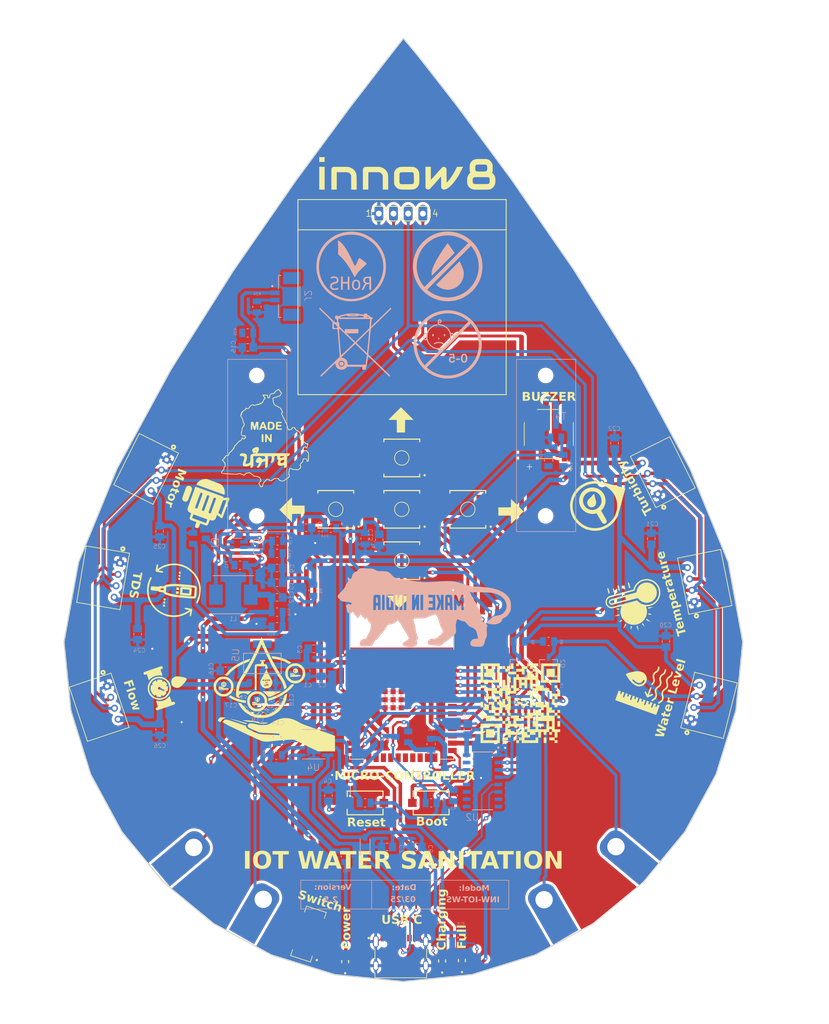
<source format=kicad_pcb>
(kicad_pcb (version 20240108) (generator "pcbnew") (generator_version "8.0")
  (layers (0 "F.Cu" signal) (31 "B.Cu" signal) (34 "B.Paste" user) (35 "F.Paste" user) (36 "B.SilkS" user "B.Silkscreen") (37 "F.SilkS" user "F.Silkscreen") (38 "B.Mask" user) (39 "F.Mask" user) (44 "Edge.Cuts" user))
  (net 0 "")
  (net 1 "BOOT_0")
  (net 2 "RXD")
  (net 3 "TXD")
  (net 4 "BATT_GAUGE")
  (net 5 "TOUCH_PAD_2")
  (net 6 "TOUCH_PAD_1")
  (net 7 "RGB_DIN")
  (net 8 "CONTROLLER_SCL")
  (net 9 "CONTROLLER_SDA")
  (net 10 "BUZZER")
  (net 11 "SW_UP")
  (net 12 "SW_LEFT")
  (net 13 "SW_DOWN")
  (net 14 "TOUCH_PAD_3")
  (net 15 "TOUCH_PAD_4")
  (net 16 "SW_CENTER")
  (net 17 "SW_RIGHT")
  (net 18 "3V3")
  (net 19 "LDR")
  (net 20 "GND")
  (net 21 "ESP_EN")
  (net 22 "N$2")
  (net 23 "N$3")
  (net 24 "N$4")
  (net 25 "N$5")
  (net 26 "N$6")
  (net 27 "DA+")
  (net 28 "DA-")
  (net 29 "SCL")
  (net 30 "5V")
  (net 31 "SDA")
  (net 32 "N$13")
  (net 33 "N$19")
  (net 34 "N$24")
  (net 35 "N$27")
  (net 36 "BAT+")
  (net 37 "N$26")
  (net 38 "N$31")
  (net 39 "N$32")
  (net 40 "N$21")
  (net 41 "N$28")
  (net 42 "N$25")
  (net 43 "B+")
  (net 44 "B-")
  (net 45 "N$34")
  (net 46 "N$47")
  (net 47 "5V_CHG")
  (net 48 "5V_OUT")
  (net 49 "B+_OUT")
  (footprint "CSP-USC16-TR:VALCON_CSP-USC16-TR" (layer "F.Cu") (at 148.38 181.22)
    (property "Reference" "REF**" (hide yes))
    (property "Value" "VALCON_CSP-USC16-TR")
    (fp_line (start 4 1.14) (end 4 0.09) (stroke (width 0.01)) (layer "Edge.Cuts"))
    (fp_line (start 4.65 0.04) (end 4.65 1.14) (stroke (width 0.01)) (layer "Edge.Cuts"))
    (fp_arc (start 4 0.09) (mid 4.087513 -0.151274) (end 4.32 -0.26) (stroke (width 0.01)) (layer "Edge.Cuts"))
    (fp_arc (start 4.32 -0.26) (mid 4.547132 -0.178345) (end 4.65 0.04) (stroke (width 0.01)) (layer "Edge.Cuts"))
    (fp_arc (start 4.32 1.44) (mid 4.097868 1.356274) (end 4 1.14) (stroke (width 0.01)) (layer "Edge.Cuts"))
    (fp_arc (start 4.65 1.14) (mid 4.547132 1.358345) (end 4.32 1.44) (stroke (width 0.01)) (layer "Edge.Cuts"))
  )
  (footprint "watersanitation:CUI_CMT-8530S-SMT" (layer "F.Cu") (at 174 94 -90)
    (property "Reference" "LS1" (hide yes))
    (property "Value" "CMT-8530S-SMT")
  )
  (footprint "LOGO" (layer "F.Cu") (at 190.513896 137.406054 70)
    (property "Reference" "G***" (hide yes))
    (property "Value" "LOGO" (hide yes))
  )
  (footprint "watersanitation:SW_B3SL-1022P" (layer "F.Cu") (at 148.551855 115.917175)
    (property "Reference" "S11" (hide yes))
    (property "Value" "B3SL-1022P")
  )
  (footprint "watersanitation:LEDC2012X70N" (layer "F.Cu") (at 155.53 185.1825 90)
    (property "Reference" "D6" (hide yes))
    (property "Value" "RED")
  )
  (footprint "watersanitation:SW_B3SL-1022P" (layer "F.Cu") (at 159.981855 107.027175)
    (property "Reference" "S8" (hide yes))
    (property "Value" "B3SL-1022P")
  )
  (footprint "LOGO" (layer "F.Cu") (at 109 121 -95)
    (property "Reference" "G***" (hide yes))
    (property "Value" "LOGO" (hide yes))
  )
  (footprint "watersanitation:XCVR_ESP32-WROOM-32E_(4MB)" (layer "F.Cu") (at 148.551855 137.507175)
    (property "Reference" "U1" (hide yes))
    (property "Value" "ESP32-WROOM-32E_(4MB)" (hide yes))
  )
  (footprint "LOGO" (layer "F.Cu") (at 167.5 107.5 -90)
    (property "Reference" "G***" (hide yes))
    (property "Value" "LOGO" (hide yes))
  )
  (footprint "custum_touchpads:educate_touchpad" (layer "F.Cu") (at 185.585576 165.39715 180)
    (property "Reference" "J11" (hide yes))
    (property "Value" "Conn_01x01_Pin")
  )
  (footprint "watersanitation:JST_S4B-PH-K-S(LF)(SN)" (layer "F.Cu") (at 199.35 140.35 75.9)
    (property "Reference" "J3" (hide yes))
    (property "Value" "TEMP/HUMID" (hide yes))
  )
  (footprint "custum_touchpads:educate_touchpad" (layer "F.Cu") (at 173.180598 174.539967 90)
    (property "Reference" "J10" (hide yes))
    (property "Value" "Conn_01x01_Pin")
  )
  (footprint "LOGO" (layer "F.Cu") (at 148.5 91.5)
    (property "Reference" "G***" (hide yes))
    (property "Value" "LOGO" (hide yes))
  )
  (footprint "LOGO" (layer "F.Cu") (at 125 95)
    (property "Reference" "G***" (hide yes))
    (property "Value" "LOGO" (hide yes))
  )
  (footprint "watersanitation:JST_S4B-PH-K-S(LF)(SN)" (layer "F.Cu") (at 98.5 140.5 -71.5)
    (property "Reference" "J9" (hide yes))
    (property "Value" "LDR" (hide yes))
  )
  (footprint "LOGO" (layer "F.Cu") (at 129.5 107 90)
    (property "Reference" "G***" (hide yes))
    (property "Value" "LOGO" (hide yes))
  )
  (footprint "watersanitation:JST_S4B-PH-K-S(LF)(SN)" (layer "F.Cu") (at 99.27 119.28 -99.5)
    (property "Reference" "J7" (hide yes))
    (property "Value" "RAINFALL" (hide yes))
  )
  (footprint "demo.preety:waterflow" (layer "F.Cu") (at 108 137.5 -71)
    (property "Reference" "G***" (hide yes))
    (property "Value" "LOGO" (hide yes))
  )
  (footprint "watersanitation:MA04-1_162" (layer "F.Cu") (at 148.39 55.86)
    (property "Reference" "SV1" (hide yes))
    (property "Value" "")
  )
  (footprint "watersanitation:JST_S4B-PH-K-S(LF)(SN)" (layer "F.Cu") (at 191.53 101.7 116.5)
    (property "Reference" "J5" (hide yes))
    (property "Value" "FAN" (hide yes))
  )
  (footprint "watersanitation:SW_B3SL-1022P" (layer "F.Cu") (at 137.121855 107.027175)
    (property "Reference" "S10" (hide yes))
    (property "Value" "B3SL-1022P")
  )
  (footprint "LOGO" (layer "F.Cu") (at 122.324518 138.191085)
    (property "Reference" "G***" (hide yes))
    (property "Value" "LOGO" (hide yes))
  )
  (footprint "LOGO" (layer "F.Cu") (at 149.5 49)
    (property "Reference" "G***" (hide yes))
    (property "Value" "LOGO" (hide yes))
  )
  (footprint "watersanitation:LEDC2012X70N" (layer "F.Cu") (at 158.96 185.1 90)
    (property "Reference" "D5" (hide yes))
    (property "Value" "GREEN")
  )
  (footprint "custum_touchpads:educate_touchpad" (layer "F.Cu") (at 112.584389 165.52915)
    (property "Reference" "J8" (hide yes))
    (property "Value" "Conn_01x01_Pin")
  )
  (footprint "watersanitation:434121025816" (layer "F.Cu") (at 142.201855 157.827175)
    (property "Reference" "S2" (hide yes))
    (property "Value" "Reset1")
  )
  (footprint "watersanitation:LEDC2012X70N" (layer "F.Cu") (at 138.75 185.2925 90)
    (property "Reference" "D7" (hide yes))
    (property "Value" "WHITE")
  )
  (footprint "LOGO" (layer "F.Cu") (at 169 140.5)
    (property "Reference" "G***" (hide yes))
    (property "Value" "LOGO" (hide yes))
  )
  (footprint "watersanitation:SW_B3SL-1022P" (layer "F.Cu") (at 148.551855 107.027175)
    (property "Reference" "S12" (hide yes))
    (property "Value" "B3SL-1022P")
  )
  (footprint "LOGO" (layer "F.Cu") (at 114.5 106 70)
    (property "Reference" "G***" (hide yes))
    (property "Value" "LOGO" (hide yes))
  )
  (footprint "LOGO" (layer "F.Cu") (at 189 123.5 105)
    (property "Reference" "G***" (hide yes))
    (property "Value" "LOGO" (hide yes))
  )
  (footprint "watersanitation:SW_B3SL-1022P" (layer "F.Cu") (at 148.551855 98.137175)
    (property "Reference" "S9" (hide yes))
    (property "Value" "B3SL-1022P")
  )
  (footprint "LOGO" (layer "F.Cu") (at 182 106.5 -15)
    (property "Reference" "G***" (hide yes))
    (property "Value" "LOGO" (hide yes))
  )
  (footprint "watersanitation:JST_S4B-PH-K-S(LF)(SN)" (layer "F.Cu") (at 198.58 120.06 101.3)
    (property "Reference" "J4" (hide yes))
    (property "Value" "MOTOR" (hide yes))
  )
  (footprint "LOGO" (layer "F.Cu") (at 148 122 180)
    (property "Reference" "G***" (hide yes))
    (property "Value" "LOGO" (hide yes))
  )
  (footprint "watersanitation:434121025816" (layer "F.Cu") (at 153.631855 157.827175)
    (property "Reference" "S1" (hide yes))
    (property "Value" "Boot1")
  )
  (footprint "watersanitation:SW_JS202011SCQN" (layer "F.Cu") (at 132.397407 180.519661 72.2)
    (property "Reference" "S3" (hide yes))
    (property "Value" "JS202011SCQN")
  )
  (footprint "watersanitation:JST_S4B-PH-K-S(LF)(SN)" (layer "F.Cu") (at 106.5 101.13 -116.5)
    (property "Reference" "J8" (hide yes))
    (property "Value" "SOIL_MOISTURE" (hide yes))
  )
  (footprint "custum_touchpads:educate_touchpad" (layer "F.Cu") (at 124.610885 174.514052)
    (property "Reference" "J9" (hide yes))
    (property "Value" "Conn_01x01_Pin")
  )
  (footprint "watersanitation:CAPC2012X135N" (layer "B.Cu") (at 144.65 112.3 -90)
    (property "Reference" "C13")
    (property "Value" "47uF")
  )
  (footprint "watersanitation:RESC2012X65N" (layer "B.Cu") (at 138.8 167.1 90)
    (property "Reference" "R21")
    (property "Value" "10k")
  )
  (footprint "watersanitation:RESC2012X65N" (layer "B.Cu") (at 127.042 112.5 180)
    (property "Reference" "R13")
    (property "Value" "2K")
  )
  (footprint "watersanitation:SOT95P240X111-3N" (layer "B.Cu") (at 168.871855 133.697175 90)
    (property "Reference" "Q1")
    (property "Value" "BSS138")
  )
  (footprint "watersanitation:SOT95P280X145-6N" (layer "B.Cu") (at 120.05 113.6 180)
    (property "Reference" "U3")
    (property "Value" "MT3608")
  )
  (footprint "watersanitation:RESC2012X65N" (layer "B.Cu") (at 121.881855 76.5)
    (property "Reference" "R25")
    (property "Value" "0")
  )
  (footprint "watersanitation:SOT23" (layer "B.Cu") (at 113.55 112.05 90)
    (property "Reference" "T3")
    (property "Value" "BC847")
  )
  (footprint "watersanitation:RESC2012X65N" (layer "B.Cu") (at 120.55 116.7)
    (property "Reference" "R11")
    (property "Value" "10K")
  )
  (footprint "watersanitation:CAPC2012X135N" (layer "B.Cu") (at 102.831855 128.617175 -90)
    (property "Reference" "C24")
    (property "Value" "100nF")
  )
  (footprint "watersanitation:RESC2012X65N" (layer "B.Cu") (at 126.961855 127.347175)
    (property "Reference" "R14")
    (property "Value" "10K")
  )
  (footprint "watersanitation:RESC2012X65N" (layer "B.Cu") (at 173.951855 137.507175)
    (property "Reference" "R7")
    (property "Value" "10k")
  )
  (footprint "watersanitation:CAPC2012X135N" (layer "B.Cu") (at 185.381855 95.597175 90)
    (property "Reference" "C22")
    (property "Value" "100nF")
  )
  (footprint "LOGO" (layer "B.Cu") (at 140.5 78 180)
    (property "Reference" "G***" (hide yes))
    (property "Value" "LOGO" (hide yes))
  )
  (footprint "watersanitation:RESC2012X65N" (layer "B.Cu") (at 133.2 121.04 90)
    (property "Reference" "R9")
    (property "Value" "0")
  )
  (footprint "edukit footprint:edukit_mountinghole" (layer "B.Cu") (at 173.455482 108.168915 180)
    (property "Reference" "edukit_mountinghole1" (hide yes))
    (property "Value" "~")
  )
  (footprint "watersanitation:SOT23" (layer "B.Cu") (at 148.551855 146.397175 -90)
    (property "Reference" "T1")
    (property "Value" "BC847")
  )
  (footprint "watersanitation:RESC2012X65N" (layer "B.Cu") (at 176.491855 98.58 90)
    (property "Reference" "R27")
    (property "Value" "1k")
  )
  (footprint "watersanitation:CAPC2012X135N" (layer "B.Cu") (at 134.581855 134.967175 -90)
    (property "Reference" "C2")
    (property "Value" "10uF")
  )
  (footprint "watersanitation:CAPC2012X135N" (layer "B.Cu") (at 191.731855 112.107175 90)
    (property "Reference" "C21")
    (property "Value" "100nF")
  )
  (footprint "watersanitation:RESC2012X65N" (layer "B.Cu") (at 123.49 71.988 -90)
    (property "Reference" "R24")
    (property "Value" "0")
  )
  (footprint "watersanitation:AMPHENOL_10114828-13102LF" (layer "B.Cu") (at 129.501855 70.197175 -90)
    (property "Reference" "J2")
    (property "Value" "10114828-13102LF")
  )
  (footprint "watersanitation:CAPC2012X135N" (layer "B.Cu") (at 132 110.2)
    (property "Reference" "C11")
    (property "Value" "100nF")
  )
  (footprint "watersanitation:CAPC2012X135N" (layer "B.Cu") (at 126.961855 140.047175)
    (property "Reference" "C18")
    (property "Value" "100nF")
  )
  (footprint "watersanitation:CAPC2012X135N" (layer "B.Cu") (at 126.961855 122.267175)
    (property "Reference" "C12")
    (property "Value" "47uF")
  )
  (footprint "LOGO" (layer "B.Cu") (at 156.5 65 180)
    (property "Reference" "G***" (hide yes))
    (property "Value" "LOGO" (hide yes))
  )
  (footprint "watersanitation:RESC2012X65N" (layer "B.Cu") (at 142.201855 157.827175)
    (property "Reference" "R2")
    (property "Value" "1k")
  )
  (footprint "watersanitation:CAPC2012X135N" (layer "B.Cu") (at 121.881855 79)
    (property "Reference" "C15")
    (property "Value" "100nF")
  )
  (footprint "watersanitation:CAPC2012X135N" (layer "B.Cu") (at 123.659855 140.936175 -90)
    (property "Reference" "C19")
    (property "Value" "47uF")
  )
  (footprint "watersanitation:RESC2012X65N" (layer "B.Cu") (at 153.631855 157.827175)
    (property "Reference" "R1")
    (property "Value" "1k")
  )
  (footprint "watersanitation:CAPC2012X135N" (layer "B.Cu") (at 146.011855 165.447175 180)
    (property "Reference" "C7")
    (property "Value" "47uF")
  )
  (footprint "LOGO" (layer "B.Cu") (at 140 65 180)
    (property "Reference" "G***" (hide yes))
    (property "Value" "LOGO" (hide yes))
  )
  (footprint "watersanitation:SOT95P240X111-3N" (layer "B.Cu") (at 173.951855 133.697175 90)
    (property "Reference" "Q2")
    (property "Value" "BSS138")
  )
  (footprint "watersanitation:RESC2012X65N" (layer "B.Cu") (at 126.834855 149.572175)
    (property "Reference" "R20")
    (property "Value" "3k")
  )
  (footprint "watersanitation:SOT23" (layer "B.Cu") (at 175.221855 93.5 180)
    (property "Reference" "T4")
    (property "Value" "BC847")
  )
  (footprint "watersanitation:SOT229P700X180-4N" (layer "B.Cu") (at 124.421855 133.697175 90)
    (property "Reference" "U5")
    (property "Value" "AMS1117-3.3")
  )
  (footprint "watersanitation:CAPC2012X135N" (layer "B.Cu") (at 126.961855 117.187175 180)
    (property "Reference" "C9")
    (property "Value" "100nF")
  )
  (footprint "watersanitation:CAPC2012X135N" (layer "B.Cu") (at 126.961855 146.397175 -90)
    (property "Reference" "C14")
    (property "Value" "100nF")
  )
  (footprint "watersanitation:CAPC2012X135N" (layer "B.Cu") (at 118.071855 134.967175 180)
    (property "Reference" "C16")
    (property "Value" "47uF")
  )
  (footprint "watersanitation:CAPC2012X135N" (layer "B.Cu") (at 159.981855 145.127175 90)
    (property "Reference" "C6")
    (property "Value" "100nF")
  )
  (footprint "watersanitation:IND_ASPI-0630LR-5R6M-T15" (layer "B.Cu") (at 119.4 121.8 180)
    (property "Reference" "L1")
    (property "Value" "ASPI-0630LR-5R6M-T15")
  )
  (footprint "watersanitation:CAPC2012X135N" (layer "B.Cu") (at 106.641855 145.127175 -90)
    (property "Reference" "C26")
    (property "Value" "100nF")
  )
  (footprint "watersanitation:SOD3715X145N" (layer "B.Cu") (at 142.201855 165.447175 -90)
    (property "Reference" "D1")
    (property "Value" "1N5819HW-7-F")
  )
  (footprint "watersanitation:CAPC2012X135N" (layer "B.Cu") (at 151.091855 165.447175 180)
    (property "Reference" "C8")
    (property "Value" "100nF")
  )
  (footprint "watersanitation:CAPC2012X135N" (layer "B.Cu") (at 106.641855 110.837175 -90)
    (property "Reference" "C25")
    (property "Value" "100nF")
  )
  (footprint "watersanitation:RESC2012X65N" (layer "B.Cu") (at 168.871855 137.507175)
    (property "Reference" "R5")
    (property "Value" "10k")
  )
  (footprint "watersanitation:CAPC2012X135N" (layer "B.Cu") (at 133.311855 131.157175)
    (property "Reference" "C3")
    (property "Value" "100nF")
  )
  (footprint "watersanitation:RESC2012X65N" (layer "B.Cu") (at 173.951855 129.887175 180)
    (property "Reference" "R8")
    (property "Value" "10k")
  )
  (footprint "watersanitation:CAPC2012X135N" (layer "B.Cu") (at 126.961855 119.727175 180)
    (property "Reference" "C10")
    (property "Value" "47uF")
  )
  (footprint "watersanitation:CAPC2012X135N" (layer "B.Cu") (at 194.271855 129.887175 90)
    (property "Reference" "C20")
    (property "Value" "100nF")
  )
  (footprint "watersanitation:CAPC2012X135N" (layer "B.Cu") (at 135.851855 156.557175 90)
    (property "Reference" "C4")
    (property "Value" "100nF")
  )
  (footprint "edukit footprint:edukit_mountinghole" (layer "B.Cu") (at 123.455482 108.168915 180)
    (property "Reference" "edukit_mountinghole2" (hide yes))
    (property "Value" "~")
  )
  (footprint "LOGO" (layer "B.Cu") (at 156.5 78.5 180)
    (property "Reference" "G***" (hide yes))
    (property "Value" "LOGO" (hide yes))
  )
  (footprint "watersanitation:SOIC127P600X180-16N" (layer "B.Cu") (at 162.521855 154.017175 180)
    (property "Reference" "U2")
    (property "Value" "CH340C")
  )
  (footprint "watersanitation:SOT23" (layer "B.Cu") (at 154.901855 152.747175 -90)
    (property "Reference" "T2")
    (property "Value" "BC847")
  )
  (footprint "watersanitation:RESC2012X65N" (layer "B.Cu") (at 142.201855 112.107175 90)
    (property "Reference" "R17")
    (property "Value" "47k")
  )
  (footprint "watersanitation:RESC2012X65N" (layer "B.Cu") (at 126.961855 114.647175)
    (property "Reference" "R12")
    (property "Value" "15K")
  )
  (footprint "watersanitation:CAPC2012X135N" (layer "B.Cu") (at 166.331855 146.397175)
    (property "Reference" "C5")
    (property "Value" "100nF")
  )
  (footprint "watersanitation:SOP127P600X175-9N" (layer "B.Cu") (at 133.311855 147.667175)
    (property "Reference" "U4")
    (property "Value" "TP4056")
  )
  (footprint "watersanitation:RESC2012X65N" (layer "B.Cu") (at 168.871855 129.887175)
    (property "Reference" "R6")
    (property "Value" "10k")
  )
  (footprint "watersanitation:RESC2012X65N" (layer "B.Cu") (at 157.441855 156.557175 -90)
    (property "Reference" "R3")
    (property "Value" "10k")
  )
  (footprint "watersanitation:RESC2012X65N" (layer "B.Cu") (at 126.961855 124.807175 180)
    (property "Reference" "R15")
    (property "Value" "1K")
  )
  (footprint "watersanitation:RESC2012X65N" (layer "B.Cu") (at 173.951855 98.58 -90)
    (property "Reference" "R28")
    (property "Value" "1k")
  )
  (footprint "watersanitation:RESC2012X65N" (layer "B.Cu") (at 159.01 181.11 90)
    (property "Reference" "R18")
    (property "Value" "10k")
  )
  (footprint "watersanitation:RESC2012X65N" (layer "B.Cu") (at 153.631855 147.667175 90)
    (property "Reference" "R4")
    (property "Value" "10k")
  )
  (footprint "watersanitation:RESC2012X65N" (layer "B.Cu") (at 155.57 181.23 90)
    (property "Reference" "R19")
    (property "Value" "10k")
  )
  (footprint "watersanitation:RESC2012X65N" (layer "B.Cu") (at 136.26 110.28)
    (property "Reference" "R16")
    (property "Value" "47k")
  )
  (footprint "watersanitation:CAPC2012X135N" (layer "B.Cu") (at 118.960855 138.269175 -90)
    (property "Reference" "C17")
    (property "Value" "100nF")
  )
  (footprint "LOGO" (layer "B.Cu") (at 152.5 124 180)
    (property "Reference" "G***" (hide yes))
    (property "Value" "LOGO" (hide yes))
  )
  (footprint "watersanitation:CAPC2012X135N" (layer "B.Cu") (at 132.041855 134.967175 -90)
    (property "Reference" "C1")
    (property "Value" "47uF")
  )
  (gr_line (start 143.34 171.21) (end 143.34 176.19) (stroke (width 0.1)) (layer "B.SilkS"))
  (gr_line (start 155.08 171.21) (end 155.08 176.19) (stroke (width 0.1)) (layer "B.SilkS"))
  (gr_rect (start 131.08 171.21) (end 167.08 176.19) (stroke (width 0.1)) (fill none) (layer "B.SilkS"))
  (gr_line (start 130.578 53.436) (end 130.578 87.191) (stroke (width 0.1524)) (layer "F.SilkS"))
  (gr_line (start 166.619 87.183) (end 166.619 53.427) (stroke (width 0.1524)) (layer "F.SilkS"))
  (gr_line (start 130.54 58.664) (end 166.625 58.664) (stroke (width 0.1524)) (layer "F.SilkS"))
  (gr_line (start 130.581 87.183) (end 166.619 87.183) (stroke (width 0.1524)) (layer "F.SilkS"))
  (gr_line (start 166.615 53.436) (end 130.578 53.436) (stroke (width 0.1524)) (layer "F.SilkS"))
  (gr_line (start 189.02326 82.591671) (end 178.25203 65.468521) (stroke (width 0.2)) (layer "Edge.Cuts"))
  (gr_line (start 125.96115 184.121672) (end 136.98882 187.544882) (stroke (width 0.2)) (layer "Edge.Cuts"))
  (gr_line (start 167.47461 49.882881) (end 158.0634 37.154431) (stroke (width 0.2)) (layer "Edge.Cuts"))
  (gr_line (start 115.9819 178.705072) (end 125.96115 184.121672) (stroke (width 0.2)) (layer "Edge.Cuts"))
  (gr_line (start 148.82857 25.547541) (end 146.26591 28.808701) (stroke (width 0.2)) (layer "Edge.Cuts"))
  (gr_line (start 197.54394 162.836782) (end 202.96044 152.857422) (stroke (width 0.2)) (layer "Edge.Cuts"))
  (gr_line (start 99.24076 100.03365) (end 92.59886 116.20146) (stroke (width 0.2)) (layer "Edge.Cuts"))
  (gr_line (start 92.59886 116.20146) (end 90.08 129.99) (stroke (width 0.2)) (layer "Edge.Cuts"))
  (gr_line (start 90.08 129.99) (end 91.27359 141.82976) (stroke (width 0.2)) (layer "Edge.Cuts"))
  (gr_line (start 205.05808 116.1721) (end 198.41608 99.93276) (stroke (width 0.2)) (layer "Edge.Cuts"))
  (gr_line (start 171.6965 184.121672) (end 181.67585 178.705072) (stroke (width 0.2)) (layer "Edge.Cuts"))
  (gr_line (start 181.67585 178.705072) (end 190.37037 171.5314) (stroke (width 0.2)) (layer "Edge.Cuts"))
  (gr_line (start 91.27359 141.82976) (end 94.6968 152.857422) (stroke (width 0.2)) (layer "Edge.Cuts"))
  (gr_line (start 206.38355 141.82976) (end 207.57704 129.99) (stroke (width 0.2)) (layer "Edge.Cuts"))
  (gr_line (start 202.96044 152.857422) (end 206.38355 141.82976) (stroke (width 0.2)) (layer "Edge.Cuts"))
  (gr_line (start 108.63327 82.780851) (end 99.24076 100.03365) (stroke (width 0.2)) (layer "Edge.Cuts"))
  (gr_line (start 198.41608 99.93276) (end 189.02326 82.591671) (stroke (width 0.2)) (layer "Edge.Cuts"))
  (gr_line (start 100.11351 162.836782) (end 107.28728 171.5314) (stroke (width 0.2)) (layer "Edge.Cuts"))
  (gr_line (start 148.82857 188.738482) (end 160.66873 187.544882) (stroke (width 0.2)) (layer "Edge.Cuts"))
  (gr_line (start 139.59283 37.456991) (end 130.18162 50.198041) (stroke (width 0.2)) (layer "Edge.Cuts"))
  (gr_line (start 130.18162 50.198041) (end 119.4043 65.737451) (stroke (width 0.2)) (layer "Edge.Cuts"))
  (gr_line (start 158.0634 37.154431) (end 151.39062 28.602761) (stroke (width 0.2)) (layer "Edge.Cuts"))
  (gr_line (start 160.66873 187.544882) (end 171.6965 184.121672) (stroke (width 0.2)) (layer "Edge.Cuts"))
  (gr_line (start 94.6968 152.857422) (end 100.11351 162.836782) (stroke (width 0.2)) (layer "Edge.Cuts"))
  (gr_line (start 190.37037 171.5314) (end 197.54394 162.836782) (stroke (width 0.2)) (layer "Edge.Cuts"))
  (gr_line (start 107.28728 171.5314) (end 115.9819 178.705072) (stroke (width 0.2)) (layer "Edge.Cuts"))
  (gr_line (start 151.39062 28.602761) (end 148.82857 25.547541) (stroke (width 0.2)) (layer "Edge.Cuts"))
  (gr_line (start 178.25203 65.468521) (end 167.47461 49.882881) (stroke (width 0.2)) (layer "Edge.Cuts"))
  (gr_line (start 146.26591 28.808701) (end 139.59283 37.456991) (stroke (width 0.2)) (layer "Edge.Cuts"))
  (gr_line (start 119.4043 65.737451) (end 108.63327 82.780851) (stroke (width 0.2)) (layer "Edge.Cuts"))
  (gr_line (start 207.57704 129.99) (end 205.05808 116.1721) (stroke (width 0.2)) (layer "Edge.Cuts"))
  (gr_line (start 136.98882 187.544882) (end 148.82857 188.738482) (stroke (width 0.2)) (layer "Edge.Cuts"))
  (gr_text "Date:" (at 151.08 173.09 0) (layer "B.SilkS") (effects (font (size 1 1) (thickness 0.25) (bold yes)) (justify left bottom mirror)))
  (gr_text "2.5" (at 137.48 175.19 0) (layer "B.SilkS") (effects (font (size 1 1) (thickness 0.1)) (justify left bottom mirror)))
  (gr_text "Version:" (at 139.84 173.03 0) (layer "B.SilkS") (effects (font (size 1 1) (thickness 0.25) (bold yes)) (justify left bottom mirror)))
  (gr_text "INW-IOT-WS\n" (at 165.5 175.2 0) (layer "B.SilkS") (effects (font (size 1 1) (thickness 0.1)) (justify left bottom mirror)))
  (gr_text "Model:" (at 163.74 173.2 0) (layer "B.SilkS") (effects (font (size 1 1) (thickness 0.25) (bold yes)) (justify left bottom mirror)))
  (gr_text " 03/25" (at 151.45 175.15 0) (layer "B.SilkS") (effects (font (size 1 1) (thickness 0.1)) (justify left bottom mirror)))
  (gr_text "Reset" (at 139.05 162.15 0) (layer "F.SilkS") (effects (font (size 1.5 1.5) (thickness 0.375) (bold yes)) (justify left bottom)))
  (gr_text "BUZZER" (at 174 88.5 0) (layer "F.SilkS") (effects (font (size 1.5 1.5) (thickness 0.25) (bold yes)) (justify bottom)))
  (gr_text "USB C" (at 145 179 0) (layer "F.SilkS") (effects (font (size 1.5 1.5) (thickness 0.3) (bold yes)) (justify left bottom)))
  (gr_text "IOT WATER SANITATION" (at 148.81 169.72 0) (layer "F.SilkS") (effects (font (size 3 3) (thickness 0.75) (bold yes)) (justify bottom)))
  (gr_text "Switch\n" (at 134.38 174.89 342) (layer "F.SilkS") (effects (font (size 1.5 1.5) (thickness 0.2) (bold yes))))
  (gr_text "Boot" (at 151 162 0) (layer "F.SilkS") (effects (font (size 1.5 1.5) (thickness 0.375) (bold yes)) (justify left bottom)))
  (gr_text "Temperature \n" (at 196 121 105) (layer "F.SilkS") (effects (font (size 1.5 1.5) (thickness 0.25) (bold yes)) (justify bottom)))
  (gr_text "MICRO-CONTROLLER" (at 136.88 154.09 0) (layer "F.SilkS") (effects (font (size 1.5 1.5) (thickness 0.375) (bold yes)) (justify left bottom)))
  (gr_text "Turbidity " (at 189.5 102.5 119) (layer "F.SilkS") (effects (font (size 1.5 1.5) (thickness 0.25) (bold yes)) (justify bottom)))
  (gr_text "Full" (at 159 181 90) (layer "F.SilkS") (effects (font (size 1.5 1.5) (thickness 0.2) (bold yes))))
  (gr_text "Flow\n" (at 101 139.5 288) (layer "F.SilkS") (effects (font (size 1.5 1.5) (thickness 0.25) (bold yes)) (justify bottom)))
  (gr_text "Power" (at 139 179.5 90) (layer "F.SilkS") (effects (font (size 1.5 1.5) (thickness 0.2) (bold yes))))
  (gr_text "Water Level\n" (at 196 140 74) (layer "F.SilkS") (effects (font (size 1.5 1.5) (thickness 0.25) (bold yes)) (justify bottom)))
  (gr_text "Motor" (at 108.5 103 250) (layer "F.SilkS") (effects (font (size 1.5 1.5) (thickness 0.25) (bold yes)) (justify bottom)))
  (gr_text "TDS\n" (at 101.5 120 260) (layer "F.SilkS") (effects (font (size 1.5 1.5) (thickness 0.25) (bold yes)) (justify bottom)))
  (gr_text "Charging" (at 155.5 178 90) (layer "F.SilkS") (effects (font (size 1.5 1.5) (thickness 0.2) (bold yes))))
  (segment (start 151.345855 154.779175) (end 155.536855 154.779175) (width 0.4064) (layer "F.Cu") (net 1))
  (segment (start 157.301855 148.757175) (end 158.571855 150.027175) (width 0.4064) (layer "F.Cu") (net 1))
  (segment (start 152.361855 152.747175) (end 152.361855 153.763175) (width 0.4064) (layer "F.Cu") (net 1))
  (segment (start 151.345855 154.779175) (end 150.583855 154.779175) (width 0.6096) (layer "F.Cu") (net 1))
  (segment (start 150.583855 154.779175) (end 150.381855 154.981175) (width 0.6096) (layer "F.Cu") (net 1))
  (segment (start 158.571855 151.744175) (end 155.536855 154.779175) (width 0.4064) (layer "F.Cu") (net 1))
  (segment (start 150.381855 154.981175) (end 150.381855 157.827175) (width 0.6096) (layer "F.Cu") (net 1))
  (segment (start 152.361855 153.763175) (end 151.345855 154.779175) (width 0.4064) (layer "F.Cu") (net 1))
  (segment (start 158.571855 150.027175) (end 158.571855 151.744175) (width 0.4064) (layer "F.Cu") (net 1))
  (via (at 152.361855 152.747175) (size 0.7564) (drill 0.35) (layers "F.Cu" "B.Cu") (net 1))
  (via (at 151.345855 154.779175) (size 0.7564) (drill 0.35) (layers "F.Cu" "B.Cu") (net 1))
  (segment (start 151.980855 154.779175) (end 151.345855 154.779175) (width 0.6096) (layer "B.Cu") (net 1))
  (segment (start 152.615855 155.414175) (end 151.980855 154.779175) (width 0.6096) (layer "B.Cu") (net 1))
  (segment (start 152.615855 155.414175) (end 152.615855 157.769175) (width 0.6096) (layer "B.Cu") (net 1))
  (segment (start 152.673855 157.827175) (end 152.615855 157.769175) (width 0.6096) (layer "B.Cu") (net 1))
  (segment (start 153.801855 152.747175) (end 152.361855 152.747175) (width 0.4064) (layer "B.Cu") (net 1))
  (segment (start 171.030855 148.175175) (end 168.363855 150.842175) (width 0.508) (layer "F.Cu") (net 2))
  (segment (start 170.395855 140.428175) (end 171.030855 141.063175) (width 0.508) (layer "F.Cu") (net 2))
  (segment (start 166.817255 150.842175) (end 168.363855 150.842175) (width 0.508) (layer "F.Cu") (net 2))
  (segment (start 157.301855 137.327175) (end 157.481855 137.507175) (width 0.508) (layer "F.Cu") (net 2))
  (segment (start 171.030855 141.063175) (end 171.030855 148.175175) (width 0.508) (layer "F.Cu") (net 2))
  (segment (start 157.481855 137.507175) (end 158.711855 137.507175) (width 0.508) (layer "F.Cu") (net 2))
  (via (at 166.817255 150.842175) (size 0.7564) (drill 0.35) (layers "F.Cu" "B.Cu") (net 2))
  (via (at 158.711855 137.507175) (size 0.7564) (drill 0.35) (layers "F.Cu" "B.Cu") (net 2))
  (via (at 170.395855 140.428175) (size 0.7564) (drill 0.35) (layers "F.Cu" "B.Cu") (net 2))
  (segment (start 158.711855 137.507175) (end 163.410855 137.507175) (width 0.508) (layer "B.Cu") (net 2))
  (segment (start 166.331855 140.428175) (end 170.395855 140.428175) (width 0.508) (layer "B.Cu") (net 2))
  (segment (start 163.410855 137.507175) (end 166.331855 140.428175) (width 0.508) (layer "B.Cu") (net 2))
  (segment (start 165.271855 150.842175) (end 166.817255 150.842175) (width 0.508) (layer "B.Cu") (net 2))
  (segment (start 171.897255 148.832775) (end 168.617855 152.112175) (width 0.508) (layer "F.Cu") (net 3))
  (segment (start 171.612255 140.047175) (end 171.919855 140.354775) (width 0.508) (layer "F.Cu") (net 3))
  (segment (start 171.897255 143.532182) (end 171.897255 148.832775) (width 0.508) (layer "F.Cu") (net 3))
  (segment (start 168.617855 152.112175) (end 166.817255 152.112175) (width 0.508) (layer "F.Cu") (net 3))
  (segment (start 171.919855 143.509582) (end 171.897255 143.532182) (width 0.508) (layer "F.Cu") (net 3))
  (segment (start 157.481855 136.237175) (end 158.711855 136.237175) (width 0.508) (layer "F.Cu") (net 3))
  (segment (start 157.301855 136.057175) (end 157.481855 136.237175) (width 0.508) (layer "F.Cu") (net 3))
  (segment (start 171.919855 140.354775) (end 171.919855 143.509582) (width 0.508) (layer "F.Cu") (net 3))
  (via (at 166.817255 152.112175) (size 0.7564) (drill 0.35) (layers "F.Cu" "B.Cu") (net 3))
  (via (at 171.612255 140.047175) (size 0.7564) (drill 0.35) (layers "F.Cu" "B.Cu") (net 3))
  (via (at 158.711855 136.237175) (size 0.7564) (drill 0.35) (layers "F.Cu" "B.Cu") (net 3))
  (segment (start 166.817255 152.112175) (end 165.271855 152.112175) (width 0.508) (layer "B.Cu") (net 3))
  (segment (start 163.791855 136.237175) (end 166.966855 139.412175) (width 0.508) (layer "B.Cu") (net 3))
  (segment (start 170.977255 139.412175) (end 166.966855 139.412175) (width 0.508) (layer "B.Cu") (net 3))
  (segment (start 170.977255 139.412175) (end 171.612255 140.047175) (width 0.508) (layer "B.Cu") (net 3))
  (segment (start 158.711855 136.237175) (end 163.791855 136.237175) (width 0.508) (layer "B.Cu") (net 3))
  (segment (start 138.592855 138.597175) (end 139.801855 138.597175) (width 0.6096) (layer "F.Cu") (net 4))
  (segment (start 138.010855 138.015175) (end 138.592855 138.597175) (width 0.6096) (layer "F.Cu") (net 4))
  (via (at 138.010855 138.015175) (size 0.7564) (drill 0.35) (layers "F.Cu" "B.Cu") (net 4))
  (segment (start 143.765175 109.255175) (end 142.201855 109.255175) (width 0.6096) (layer "B.Cu") (net 4))
  (segment (start 144.41 109.9) (end 144.41 111.11) (width 0.6096) (layer "B.Cu") (net 4))
  (segment (start 141.889855 110.837175) (end 139.026855 110.837175) (width 0.6096) (layer "B.Cu") (net 4))
  (segment (start 142.201855 109.255175) (end 142.201855 111.149175) (width 0.6096) (layer "B.Cu") (net 4))
  (segment (start 144.41 111.11) (end 144.65 111.35) (width 0.6096) (layer "B.Cu") (net 4))
  (segment (start 139.026855 110.837175) (end 138.010855 111.853175) (width 0.6096) (layer "B.Cu") (net 4))
  (segment (start 138.010855 111.853175) (end 138.010855 138.015175) (width 0.6096) (layer "B.Cu") (net 4))
  (segment (start 142.201855 111.149175) (end 141.889855 110.837175) (width 0.6096) (layer "B.Cu") (net 4))
  (segment (start 138.010855 111.072855) (end 137.218 110.28) (width 0.6096) (layer "B.Cu") (net 4))
  (segment (start 138.010855 111.853175) (end 138.010855 111.072855) (width 0.6096) (layer "B.Cu") (net 4))
  (segment (start 144.41 109.9) (end 143.765175 109.255175) (width 0.6096) (layer "B.Cu") (net 4))
  (segment (start 137.301855 142.407175) (end 139.801855 142.407175) (width 0.508) (layer "F.Cu") (net 5))
  (segment (start 123.151855 156.557175) (end 123.151855 151.477175) (width 0.508) (layer "F.Cu") (net 5))
  (segment (start 123.151855 151.477175) (end 132.041855 142.587175) (width 0.508) (layer "F.Cu") (net 5))
  (segment (start 137.121855 142.587175) (end 137.301855 142.407175) (width 0.508) (layer "F.Cu") (net 5))
  (via (at 137.121855 142.587175) (size 0.7564) (drill 0.35) (layers "F.Cu" "B.Cu") (net 5))
  (via (at 123.151855 156.557175) (size 0.7564) (drill 0.35) (layers "F.Cu" "B.Cu") (net 5))
  (via (at 132.041855 142.587175) (size 0.7564) (drill 0.35) (layers "F.Cu" "B.Cu") (net 5))
  (segment (start 132.041855 142.587175) (end 137.121855 142.587175) (width 0.508) (layer "B.Cu") (net 5))
  (segment (start 123.151855 156.557175) (end 123.151855 173.095022) (width 0.508) (layer "B.Cu") (net 5))
  (segment (start 123.151855 173.095022) (end 124.570885 174.514052) (width 0.508) (layer "B.Cu") (net 5))
  (segment (start 115.531855 150.207175) (end 124.421855 141.317175) (width 0.508) (layer "F.Cu") (net 6))
  (segment (start 115.531855 162.541684) (end 112.544389 165.52915) (width 0.508) (layer "F.Cu") (net 6))
  (segment (start 137.121855 141.317175) (end 137.301855 141.137175) (width 0.508) (layer "F.Cu") (net 6))
  (segment (start 124.421855 141.317175) (end 132.041855 141.317175) (width 0.508) (layer "F.Cu") (net 6))
  (segment (start 137.301855 141.137175) (end 139.801855 141.137175) (width 0.508) (layer "F.Cu") (net 6))
  (segment (start 115.531855 150.207175) (end 115.531855 162.541684) (width 0.508) (layer "F.Cu") (net 6))
  (via (at 115.531855 150.207175) (size 0.7564) (drill 0.35) (layers "F.Cu" "B.Cu") (net 6))
  (via (at 137.121855 141.317175) (size 0.7564) (drill 0.35) (layers "F.Cu" "B.Cu") (net 6))
  (via (at 132.041855 141.317175) (size 0.7564) (drill 0.35) (layers "F.Cu" "B.Cu") (net 6))
  (segment (start 132.041855 141.317175) (end 137.121855 141.317175) (width 0.508) (layer "B.Cu") (net 6))
  (segment (start 157.301855 134.787175) (end 157.481855 134.967175) (width 0.6096) (layer "F.Cu") (net 8))
  (segment (start 157.481855 134.967175) (end 158.711855 134.967175) (width 0.6096) (layer "F.Cu") (net 8))
  (via (at 158.711855 134.967175) (size 0.7564) (drill 0.35) (layers "F.Cu" "B.Cu") (net 8))
  (segment (start 167.913855 136.237175) (end 167.913855 137.507175) (width 0.6096) (layer "B.Cu") (net 8))
  (segment (start 166.643855 134.967175) (end 167.913855 136.237175) (width 0.6096) (layer "B.Cu") (net 8))
  (segment (start 158.711855 134.967175) (end 166.643855 134.967175) (width 0.6096) (layer "B.Cu") (net 8))
  (segment (start 167.921855 134.757175) (end 167.913855 134.765175) (width 0.6096) (layer "B.Cu") (net 8))
  (segment (start 167.913855 134.765175) (end 167.913855 136.237175) (width 0.6096) (layer "B.Cu") (net 8))
  (segment (start 157.354855 138.650175) (end 157.301855 138.597175) (width 0.6096) (layer "F.Cu") (net 9))
  (segment (start 158.584855 138.650175) (end 157.354855 138.650175) (width 0.6096) (layer "F.Cu") (net 9))
  (via (at 158.584855 138.650175) (size 0.7564) (drill 0.35) (layers "F.Cu" "B.Cu") (net 9))
  (segment (start 172.993855 137.507175) (end 172.993855 141.005175) (width 0.6096) (layer "B.Cu") (net 9))
  (segment (start 162.648855 138.650175) (end 158.584855 138.650175) (width 0.6096) (layer "B.Cu") (net 9))
  (segment (start 165.315855 141.317175) (end 162.648855 138.650175) (width 0.6096) (layer "B.Cu") (net 9))
  (segment (start 172.993855 141.005175) (end 172.681855 141.317175) (width 0.6096) (layer "B.Cu") (net 9))
  (segment (start 172.681855 141.317175) (end 165.315855 141.317175) (width 0.6096) (layer "B.Cu") (net 9))
  (segment (start 172.993855 137.507175) (end 172.993855 134.765175) (width 0.6096) (layer "B.Cu") (net 9))
  (segment (start 172.993855 134.765175) (end 173.001855 134.757175) (width 0.6096) (layer "B.Cu") (net 9))
  (segment (start 161.251855 140.047175) (end 161.251855 117.187175) (width 0.6096) (layer "F.Cu") (net 11))
  (segment (start 153.631855 109.567175) (end 153.631855 101.947175) (width 0.6096) (layer "F.Cu") (net 11))
  (segment (start 157.301855 142.407175) (end 158.891855 142.407175) (width 0.6096) (layer "F.Cu") (net 11))
  (segment (start 161.251855 117.187175) (end 153.631855 109.567175) (width 0.6096) (layer "F.Cu") (net 11))
  (segment (start 153.631855 101.947175) (end 151.821855 100.137175) (width 0.6096) (layer "F.Cu") (net 11))
  (segment (start 158.891855 142.407175) (end 161.251855 140.047175) (width 0.6096) (layer "F.Cu") (net 11))
  (segment (start 151.821855 100.137175) (end 151.426855 100.137175) (width 0.6096) (layer "F.Cu") (net 11))
  (segment (start 139.661855 109.362175) (end 139.996855 109.027175) (width 0.6096) (layer "F.Cu") (net 12))
  (segment (start 139.661855 112.107175) (end 139.661855 109.362175) (width 0.6096) (layer "F.Cu") (net 12))
  (segment (start 157.301855 144.947175) (end 161.431855 144.947175) (width 0.6096) (layer "F.Cu") (net 12))
  (segment (start 163.791855 142.587175) (end 163.791855 124.807175) (width 0.6096) (layer "F.Cu") (net 12))
  (segment (start 161.431855 144.947175) (end 163.791855 142.587175) (width 0.6096) (layer "F.Cu") (net 12))
  (via (at 163.791855 124.807175) (size 0.7564) (drill 0.35) (layers "F.Cu" "B.Cu") (net 12))
  (via (at 139.661855 112.107175) (size 0.7564) (drill 0.35) (layers "F.Cu" "B.Cu") (net 12))
  (segment (start 143.471855 119.727175) (end 139.661855 115.917175) (width 0.6096) (layer "B.Cu") (net 12))
  (segment (start 158.711855 119.727175) (end 143.471855 119.727175) (width 0.6096) (layer "B.Cu") (net 12))
  (segment (start 139.661855 115.917175) (end 139.661855 112.107175) (width 0.6096) (layer "B.Cu") (net 12))
  (segment (start 163.791855 124.807175) (end 158.711855 119.727175) (width 0.6096) (layer "B.Cu") (net 12))
  (segment (start 157.301855 146.217175) (end 162.701855 146.217175) (width 0.6096) (layer "F.Cu") (net 13))
  (segment (start 151.458855 117.949175) (end 151.426855 117.917175) (width 0.6096) (layer "F.Cu") (net 13))
  (segment (start 165.061855 143.857175) (end 165.061855 123.537175) (width 0.6096) (layer "F.Cu") (net 13))
  (segment (start 153.885855 117.949175) (end 151.458855 117.949175) (width 0.6096) (layer "F.Cu") (net 13))
  (segment (start 162.701855 146.217175) (end 165.061855 143.857175) (width 0.6096) (layer "F.Cu") (net 13))
  (via (at 153.885855 117.949175) (size 0.7564) (drill 0.35) (layers "F.Cu" "B.Cu") (net 13))
  (via (at 165.061855 123.537175) (size 0.7564) (drill 0.35) (layers "F.Cu" "B.Cu") (net 13))
  (segment (start 165.061855 123.537175) (end 159.473855 117.949175) (width 0.6096) (layer "B.Cu") (net 13))
  (segment (start 159.473855 117.949175) (end 153.885855 117.949175) (width 0.6096) (layer "B.Cu") (net 13))
  (segment (start 141.111855 147.487175) (end 139.801855 147.487175) (width 0.508) (layer "F.Cu") (net 14))
  (segment (start 142.201855 146.397175) (end 141.111855 147.487175) (width 0.508) (layer "F.Cu") (net 14))
  (via (at 142.201855 146.397175) (size 0.7564) (drill 0.35) (layers "F.Cu" "B.Cu") (net 14))
  (segment (start 173.5 144.67532) (end 173.5 157.37532) (width 0.508) (layer "B.Cu") (net 14))
  (segment (start 173.5 151.221855) (end 173.5 170.481105) (width 0.508) (layer "B.Cu") (net 14))
  (segment (start 144.995855 142.333175) (end 160.997855 142.333175) (width 0.508) (layer "B.Cu") (net 14))
  (segment (start 173.5 170.481105) (end 173.180598 170.800507) (width 0.508) (layer "B.Cu") (net 14))
  (segment (start 160.997855 142.333175) (end 162.521855 143.857175) (width 0.508) (layer "B.Cu") (net 14))
  (segment (start 173.180598 170.800507) (end 173.180598 174.579967) (width 0.508) (layer "B.Cu") (net 14))
  (segment (start 142.201855 145.127175) (end 144.995855 142.333175) (width 0.508) (layer "B.Cu") (net 14))
  (segment (start 172.681855 143.857175) (end 173.5 144.67532) (width 0.508) (layer "B.Cu") (net 14))
  (segment (start 162.521855 143.857175) (end 172.681855 143.857175) (width 0.508) (layer "B.Cu") (net 14))
  (segment (start 142.201855 146.397175) (end 142.201855 145.127175) (width 0.508) (layer "B.Cu") (net 14))
  (segment (start 151.064436 141.317175) (end 149.599236 142.782375) (width 0.6096) (layer "F.Cu") (net 15))
  (segment (start 151.091855 141.317175) (end 151.064436 141.317175) (width 0.6096) (layer "F.Cu") (net 15))
  (segment (start 141.111855 148.757175) (end 142.201855 147.667175) (width 0.508) (layer "F.Cu") (net 15))
  (segment (start 147.086655 142.782375) (end 146.011855 143.857175) (width 0.6096) (layer "F.Cu") (net 15))
  (segment (start 149.599236 142.782375) (end 147.086655 142.782375) (width 0.6096) (layer "F.Cu") (net 15))
  (segment (start 139.801855 148.757175) (end 141.111855 148.757175) (width 0.508) (layer "F.Cu") (net 15))
  (via (at 146.011855 143.857175) (size 0.7564) (drill 0.35) (layers "F.Cu" "B.Cu") (net 15))
  (via (at 142.201855 147.667175) (size 0.7564) (drill 0.35) (layers "F.Cu" "B.Cu") (net 15))
  (via (at 151.091855 141.317175) (size 0.7564) (drill 0.35) (layers "F.Cu" "B.Cu") (net 15))
  (segment (start 185.625576 153.045209) (end 185.625576 165.39715) (width 0.508) (layer "B.Cu") (net 15))
  (segment (start 146.011855 143.857175) (end 142.201855 147.667175) (width 0.6096) (layer "B.Cu") (net 15))
  (segment (start 173.951855 142.587175) (end 175.167542 142.587175) (width 0.508) (layer "B.Cu") (net 15))
  (segment (start 162.521855 141.317175) (end 151.091855 141.317175) (width 0.6096) (layer "B.Cu") (net 15))
  (segment (start 163.791855 142.587175) (end 162.521855 141.317175) (width 0.6096) (layer "B.Cu") (net 15))
  (segment (start 175.167542 142.587175) (end 185.625576 153.045209) (width 0.508) (layer "B.Cu") (net 15))
  (segment (start 163.791855 142.587175) (end 173.951855 142.587175) (width 0.6096) (layer "B.Cu") (net 15))
  (segment (start 149.091855 109.027175) (end 148.551855 109.567175) (width 0.6096) (layer "F.Cu") (net 16))
  (segment (start 157.441855 120.997175) (end 149.821855 120.997175) (width 0.6096) (layer "F.Cu") (net 16))
  (segment (start 157.301855 143.677175) (end 160.161855 143.677175) (width 0.6096) (layer "F.Cu") (net 16))
  (segment (start 160.161855 143.677175) (end 162.521855 141.317175) (width 0.6096) (layer "F.Cu") (net 16))
  (segment (start 151.426855 109.027175) (end 149.091855 109.027175) (width 0.6096) (layer "F.Cu") (net 16))
  (segment (start 148.551855 109.567175) (end 148.551855 119.727175) (width 0.6096) (layer "F.Cu") (net 16))
  (segment (start 162.521855 141.317175) (end 162.521855 126.077175) (width 0.6096) (layer "F.Cu") (net 16))
  (segment (start 148.551855 119.727175) (end 149.821855 120.997175) (width 0.6096) (layer "F.Cu") (net 16))
  (via (at 157.441855 120.997175) (size 0.7564) (drill 0.35) (layers "F.Cu" "B.Cu") (net 16))
  (via (at 162.521855 126.077175) (size 0.7564) (drill 0.35) (layers "F.Cu" "B.Cu") (net 16))
  (segment (start 157.441855 120.997175) (end 162.521855 126.077175) (width 0.6096) (layer "B.Cu") (net 16))
  (segment (start 166.331855 145.127175) (end 166.331855 112.107175) (width 0.8128) (layer "F.Cu") (net 17))
  (segment (start 157.301855 147.487175) (end 163.971855 147.487175) (width 0.8128) (layer "F.Cu") (net 17))
  (segment (start 163.971855 147.487175) (end 166.331855 145.127175) (width 0.8128) (layer "F.Cu") (net 17))
  (segment (start 166.331855 112.107175) (end 163.251855 109.027175) (width 0.8128) (layer "F.Cu") (net 17))
  (segment (start 163.251855 109.027175) (end 162.856855 109.027175) (width 0.8128) (layer "F.Cu") (net 17))
  (segment (start 148.371855 133.517175) (end 139.801855 133.517175) (width 0.8128) (layer "F.Cu") (net 18))
  (segment (start 154.012855 144.238175) (end 153.631855 143.857175) (width 0.8128) (layer "F.Cu") (net 18))
  (segment (start 147.12 78.92532) (end 147.12 55.86) (width 0.508) (layer "F.Cu") (net 18))
  (segment (start 170.522855 138.015175) (end 168.871855 139.666175) (width 0.6096) (layer "F.Cu") (net 18))
  (segment (start 173.951855 140.174175) (end 171.792855 138.015175) (width 0.6096) (layer "F.Cu") (net 18))
  (segment (start 176.491855 140.174175) (end 173.951855 140.174175) (width 0.6096) (layer "F.Cu") (net 18))
  (segment (start 159.092855 154.017175) (end 157.441855 154.017175) (width 0.6096) (layer "F.Cu") (net 18))
  (segment (start 169.28 77.21) (end 169.109927 77.039927) (width 0.508) (layer "F.Cu") (net 18))
  (segment (start 171.030855 138.015175) (end 170.522855 138.015175) (width 0.6096) (layer "F.Cu") (net 18))
  (segment (start 137.121855 133.697175) (end 137.301855 133.517175) (width 0.8128) (layer "F.Cu") (net 18))
  (segment (start 167.601855 146.397175) (end 166.712855 146.397175) (width 0.6096) (layer "F.Cu") (net 18))
  (segment (start 166.712855 146.397175) (end 159.092855 154.017175) (width 0.6096) (layer "F.Cu") (net 18))
  (segment (start 169.28 77.21) (end 169.28 132.96232) (width 0.8128) (layer "F.Cu") (net 18))
  (segment (start 153.631855 138.777175) (end 148.371855 133.517175) (width 0.8128) (layer "F.Cu") (net 18))
  (segment (start 169.28 132.96232) (end 176.491855 140.174175) (width 0.8128) (layer "F.Cu") (net 18))
  (segment (start 171.792855 138.015175) (end 171.030855 138.015175) (width 0.6096) (layer "F.Cu") (net 18))
  (segment (start 168.871855 139.666175) (end 168.871855 145.127175) (width 0.6096) (layer "F.Cu") (net 18))
  (segment (start 158.241689 77.039927) (end 154.821985 80.459631) (width 0.508) (layer "F.Cu") (net 18))
  (segment (start 154.901855 156.557175) (end 157.441855 154.017175) (width 0.6096) (layer "F.Cu") (net 18))
  (segment (start 148.654311 80.459631) (end 147.12 78.92532) (width 0.508) (layer "F.Cu") (net 18))
  (segment (start 137.301855 133.517175) (end 139.801855 133.517175) (width 0.8128) (layer "F.Cu") (net 18))
  (segment (start 154.821985 80.459631) (end 148.654311 80.459631) (width 0.508) (layer "F.Cu") (net 18))
  (segment (start 169.109927 77.039927) (end 158.241689 77.039927) (width 0.508) (layer "F.Cu") (net 18))
  (segment (start 167.601855 146.397175) (end 168.871855 145.127175) (width 0.6096) (layer "F.Cu") (net 18))
  (segment (start 153.631855 143.857175) (end 153.631855 138.777175) (width 0.8128) (layer "F.Cu") (net 18))
  (via (at 171.030855 138.015175) (size 0.7564) (drill 0.35) (layers "F.Cu" "B.Cu") (net 18))
  (via (at 154.012855 144.238175) (size 0.7564) (drill 0.35) (layers "F.Cu" "B.Cu") (net 18))
  (via (at 176.491855 140.174175) (size 0.7564) (drill 0.35) (layers "F.Cu" "B.Cu") (net 18))
  (via (at 154.901855 156.557175) (size 0.7564) (drill 0.35) (layers "F.Cu" "B.Cu") (net 18))
  (via (at 168.871855 145.127175) (size 0.7564) (drill 0.35) (layers "F.Cu" "B.Cu") (net 18))
  (via (at 137.121855 133.697175) (size 0.7564) (drill 0.35) (layers "F.Cu" "B.Cu") (net 18))
  (segment (start 124.421855 137.042175) (end 124.421855 134.967175) (width 1.016) (layer "B.Cu") (net 18))
  (segment (start 161.078436 145.127175) (end 159.771855 146.433757) (width 0.6096) (layer "B.Cu") (net 18))
  (segment (start 154.589855 157.827175) (end 154.901855 157.515175) (width 0.6096) (layer "B.Cu") (net 18))
  (segment (start 154.139855 144.238175) (end 154.012855 144.238175) (width 0.8128) (layer "B.Cu") (net 18))
  (segment (start 147.281855 157.827175) (end 149.821855 160.367175) (width 0.6096) (layer "B.Cu") (net 18))
  (segment (start 159.771855 149.572175) (end 159.771855 146.433757) (width 0.8128) (layer "B.Cu") (net 18))
  (segment (start 124.421855 137.042175) (end 124.421855 139.224175) (width 1.016) (layer "B.Cu") (net 18))
  (segment (start 169.829855 134.765175) (end 169.829855 137.507175) (width 0.6096) (layer "B.Cu") (net 18))
  (segment (start 159.981855 146.077175) (end 159.981855 146.223757) (width 0.2) (layer "B.Cu") (net 18))
  (segment (start 153.631855 160.367175) (end 154.589855 159.409175) (width 0.6096) (layer "B.Cu") (net 18))
  (segment (start 125.950855 139.986175) (end 126.011855 140.047175) (width 1.016) (layer "B.Cu") (net 18))
  (segment (start 159.981855 146.223757) (end 159.771855 146.433757) (width 0.2) (layer "B.Cu") (net 18))
  (segment (start 159.981855 146.077175) (end 155.978855 146.077175) (width 0.8128) (layer "B.Cu") (net 18))
  (segment (start 175.221855 140.174175) (end 174.909855 139.862175) (width 0.6096) (layer "B.Cu") (net 18))
  (segment (start 132.361855 131.157175) (end 132.041855 131.477175) (width 1.016) (layer "B.Cu") (net 18))
  (segment (start 168.871855 145.127175) (end 161.078436 145.127175) (width 0.6096) (layer "B.Cu") (net 18))
  (segment (start 171.030855 138.015175) (end 170.522855 137.507175) (width 0.6096) (layer "B.Cu") (net 18))
  (segment (start 132.041855 134.017175) (end 134.581855 134.017175) (width 1.016) (layer "B.Cu") (net 18))
  (segment (start 137.121855 133.697175) (end 136.801855 134.017175) (width 0.8128) (layer "B.Cu") (net 18))
  (segment (start 132.041855 131.477175) (end 132.041855 134.017175) (width 1.016) (layer "B.Cu") (net 18))
  (segment (start 149.821855 160.367175) (end 153.631855 160.367175) (width 0.6096) (layer "B.Cu") (net 18))
  (segment (start 174.909855 137.507175) (end 174.909855 139.862175) (width 0.6096) (layer "B.Cu") (net 18))
  (segment (start 155.978855 146.077175) (end 154.139855 144.238175) (width 0.8128) (layer "B.Cu") (net 18))
  (segment (start 174.901855 134.757175) (end 174.909855 134.765175) (width 0.6096) (layer "B.Cu") (net 18))
  (segment (start 123.659855 139.986175) (end 125.950855 139.986175) (width 1.016) (layer "B.Cu") (net 18))
  (segment (start 154.589855 159.409175) (end 154.589855 157.827175) (width 0.6096) (layer "B.Cu") (net 18))
  (segment (start 125.371855 134.017175) (end 132.041855 134.017175) (width 1.016) (layer "B.Cu") (net 18))
  (segment (start 136.801855 134.017175) (end 134.581855 134.017175) (width 0.8128) (layer "B.Cu") (net 18))
  (segment (start 176.491855 140.174175) (end 175.221855 140.174175) (width 0.6096) (layer "B.Cu") (net 18))
  (segment (start 174.909855 134.765175) (end 174.909855 137.507175) (width 0.6096) (layer "B.Cu") (net 18))
  (segment (start 169.829855 137.507175) (end 170.522855 137.507175) (width 0.6096) (layer "B.Cu") (net 18))
  (segment (start 154.901855 157.515175) (end 154.901855 156.557175) (width 0.6096) (layer "B.Cu") (net 18))
  (segment (start 124.421855 139.224175) (end 123.659855 139.986175) (width 1.016) (layer "B.Cu") (net 18))
  (segment (start 169.821855 134.757175) (end 169.829855 134.765175) (width 0.6096) (layer "B.Cu") (net 18))
  (segment (start 124.421855 134.967175) (end 125.371855 134.017175) (width 1.016) (layer "B.Cu") (net 18))
  (segment (start 143.159855 157.827175) (end 147.281855 157.827175) (width 0.6096) (layer "B.Cu") (net 18))
  (segment (start 144.055 181.81) (end 144.44 181.81) (width 0.2) (layer "F.Cu") (net 20))
  (segment (start 144.44 181.81) (end 145.03 181.22) (width 0.2) (layer "F.Cu") (net 20))
  (segment (start 152.32 181.81) (end 151.73 181.22) (width 0.2) (layer "F.Cu") (net 20))
  (segment (start 152.705 181.81) (end 152.32 181.81) (width 0.2) (layer "F.Cu") (net 20))
  (via (at 133.565855 112.869175) (size 0.7564) (drill 0.35) (layers "F.Cu" "B.Cu") (net 20))
  (via (at 124.294855 116.933175) (size 0.7564) (drill 0.35) (layers "F.Cu" "B.Cu") (net 20))
  (via (at 123.405855 126.839175) (size 0.7564) (drill 0.35) (layers "F.Cu" "B.Cu") (net 20))
  (via (at 136.5 153) (size 0.7564) (drill 0.35) (layers "F.Cu" "B.Cu") (net 20))
  (via (at 146.011855 167.225175) (size 0.7564) (drill 0.35) (layers "F.Cu" "B.Cu") (net 20))
  (via (at 123.15 113.35) (size 0.6) (drill 0.3) (layers "F.Cu" "B.Cu") (net 20))
  (via (at 162.267855 153.509175) (size 0.7564) (drill 0.35) (layers "F.Cu" "B.Cu") (net 20))
  (via (at 166.458855 148.302175) (size 0.7564) (drill 0.35) (layers "F.Cu" "B.Cu") (net 20))
  (via (at 105.371855 131.157175) (size 0.7564) (drill 0.35) (layers "F.Cu" "B.Cu") (net 20))
  (via (at 156.171855 161.637175) (size 0.7564) (drill 0.35) (layers "F.Cu" "B.Cu") (net 20))
  (via (at 110.451855 143.857175) (size 0.7564) (drill 0.35) (layers "F.Cu" "B.Cu") (net 20))
  (via (at 118.198855 106.392175) (size 0.7564) (drill 0.35) (layers "F.Cu" "B.Cu") (net 20))
  (via (at 155.409855 143.476175) (size 0.7564) (drill 0.35) (layers "F.Cu" "B.Cu") (net 20))
  (via (at 130.136855 125.188175) (size 0.7564) (drill 0.35) (layers "F.Cu" "B.Cu") (net 20))
  (segment (start 132.676855 147.032175) (end 133.311855 147.667175) (width 0.4064) (layer "B.Cu") (net 20))
  (segment (start 130.836855 149.572175) (end 132.397825 149.572175) (width 0.2) (layer "B.Cu") (net 20))
  (segment (start 133.311855 148.658145) (end 133.311855 147.667175) (width 0.2) (layer "B.Cu") (net 20))
  (segment (start 127.911855 122.267175) (end 127.911855 121.991855) (width 0.2) (layer "B.Cu") (net 20))
  (segment (start 165.271855 149.572175) (end 165.271855 149.489175) (width 0.2) (layer "B.Cu") (net 20))
  (segment (start 126.961855 147.347175) (end 126.80903 147.5) (width 0.2) (layer "B.Cu") (net 20))
  (segment (start 130.836855 147.032175) (end 132.676855 147.032175) (width 0.4064) (layer "B.Cu") (net 20))
  (segment (start 145.061855 166.275175) (end 146.011855 167.225175) (width 0.8128) (layer "B.Cu") (net 20))
  (segment (start 127.911855 121.991855) (end 126.011855 120.091855) (width 0.2) (layer "B.Cu") (net 20))
  (segment (start 121.22 113.6) (end 122.9 113.6) (width 0.2) (layer "B.Cu") (net 20))
  (segment (start 122.9 113.6) (end 123.15 113.35) (width 0.2) (layer "B.Cu") (net 20))
  (segment (start 126.011855 120.091855) (end 126.011855 119.727175) (width 0.2) (layer "B.Cu") (net 20))
  (segment (start 132.397825 149.572175) (end 133.311855 148.658145) (width 0.2) (layer "B.Cu") (net 20))
  (segment (start 145.061855 165.447175) (end 145.061855 166.275175) (width 0.8128) (layer "B.Cu") (net 20))
  (segment (start 125.876855 147.623145) (end 125.876855 149.572175) (width 0.2) (layer "B.Cu") (net 20))
  (segment (start 126 147.5) (end 125.876855 147.623145) (width 0.2) (layer "B.Cu") (net 20))
  (segment (start 126.80903 147.5) (end 126 147.5) (width 0.2) (layer "B.Cu") (net 20))
  (segment (start 165.271855 149.489175) (end 166.458855 148.302175) (width 0.2) (layer "B.Cu") (net 20))
  (segment (start 142.2 143.34732) (end 142.2 135.5) (width 0.8128) (layer "F.Cu") (net 21))
  (segment (start 137.808855 158.970175) (end 138.951855 157.827175) (width 0.6096) (layer "F.Cu") (net 21))
  (segment (start 135.978855 158.970175) (end 137.808855 158.970175) (width 0.6096) (layer "F.Cu") (net 21))
  (segment (start 141.487175 134.787175) (end 139.801855 134.787175) (width 0.8128) (layer "F.Cu") (net 21))
  (segment (start 139.661855 154.017175) (end 139.153855 154.017175) (width 0.6096) (layer "F.Cu") (net 21))
  (segment (start 138.899855 154.271175) (end 138.899855 157.775175) (width 0.6096) (layer "F.Cu") (net 21))
  (segment (start 139.153855 154.017175) (end 138.899855 154.271175) (width 0.6096) (layer "F.Cu") (net 21))
  (segment (start 142.2 135.5) (end 141.487175 134.787175) (width 0.8128) (layer "F.Cu") (net 21))
  (segment (start 138.899855 157.775175) (end 138.951855 157.827175) (width 0.6096) (layer "F.Cu") (net 21))
  (segment (start 145.122855 146.270175) (end 142.2 143.34732) (width 0.8128) (layer "F.Cu") (net 21))
  (via (at 135.978855 158.970175) (size 0.7564) (drill 0.35) (layers "F.Cu" "B.Cu") (net 21))
  (via (at 139.661855 154.017175) (size 0.7564) (drill 0.35) (layers "F.Cu" "B.Cu") (net 21))
  (via (at 145.122855 146.270175) (size 0.7564) (drill 0.35) (layers "F.Cu" "B.Cu") (net 21))
  (segment (start 141.243855 157.827175) (end 141.243855 156.938175) (width 0.6096) (layer "B.Cu") (net 21))
  (segment (start 141.243855 156.938175) (end 140.423855 156.118175) (width 0.6096) (layer "B.Cu") (net 21))
  (segment (start 140.169855 154.017175) (end 139.661855 154.017175) (width 0.6096) (layer "B.Cu") (net 21))
  (segment (start 140.423855 154.271175) (end 140.169855 154.017175) (width 0.6096) (layer "B.Cu") (net 21))
  (segment (start 145.122855 146.270175) (end 147.324855 146.270175) (width 0.8128) (layer "B.Cu") (net 21))
  (segment (start 139.661855 153.890175) (end 145.122855 148.429175) (width 0.6096) (layer "B.Cu") (net 21))
  (segment (start 140.423855 154.271175) (end 140.423855 156.118175) (width 0.6096) (layer "B.Cu") (net 21))
  (segment (start 135.851855 157.507175) (end 135.978855 157.634175) (width 0.6096) (layer "B.Cu") (net 21))
  (segment (start 135.978855 157.634175) (end 135.978855 158.970175) (width 0.6096) (layer "B.Cu") (net 21))
  (segment (start 145.122855 148.429175) (end 145.122855 146.270175) (width 0.6096) (layer "B.Cu") (net 21))
  (segment (start 139.661855 154.017175) (end 139.661855 153.890175) (width 0.6096) (layer "B.Cu") (net 21))
  (segment (start 147.324855 146.270175) (end 147.451855 146.397175) (width 0.8128) (layer "B.Cu") (net 21))
  (segment (start 156.001855 154.159175) (end 156.001855 153.697175) (width 0.8128) (layer "B.Cu") (net 22))
  (segment (start 157.231855 153.382175) (end 159.771855 153.382175) (width 0.508) (layer "B.Cu") (net 22))
  (segment (start 157.441855 155.599175) (end 156.001855 154.159175) (width 0.8128) (layer "B.Cu") (net 22))
  (segment (start 156.001855 153.697175) (end 156.916855 153.697175) (width 0.508) (layer "B.Cu") (net 22))
  (segment (start 157.231855 153.382175) (end 156.916855 153.697175) (width 0.508) (layer "B.Cu") (net 22))
  (segment (start 156.806855 151.477175) (end 157.441855 151.477175) (width 0.4064) (layer "F.Cu") (net 23))
  (segment (start 153.631855 151.477175) (end 154.266855 152.112175) (width 0.4064) (layer "F.Cu") (net 23))
  (segment (start 156.806855 151.477175) (end 156.171855 152.112175) (width 0.4064) (layer "F.Cu") (net 23))
  (segment (start 156.171855 152.112175) (end 154.266855 152.112175) (width 0.4064) (layer "F.Cu") (net 23))
  (via (at 153.631855 151.477175) (size 0.7564) (drill 0.35) (layers "F.Cu" "B.Cu") (net 23))
  (via (at 157.441855 151.477175) (size 0.7564) (drill 0.35) (layers "F.Cu" "B.Cu") (net 23))
  (segment (start 157.441855 151.477175) (end 157.822855 151.477175) (width 0.4064) (layer "B.Cu") (net 23))
  (segment (start 157.822855 151.477175) (end 158.457855 152.112175) (width 0.4064) (layer "B.Cu") (net 23))
  (segment (start 149.651855 147.347175) (end 150.929855 148.625175) (width 0.8128) (layer "B.Cu") (net 23))
  (segment (start 153.631855 148.625175) (end 153.631855 151.477175) (width 0.508) (layer "B.Cu") (net 23))
  (segment (start 150.929855 148.625175) (end 153.631855 148.625175) (width 0.8128) (layer "B.Cu") (net 23))
  (segment (start 158.457855 152.112175) (end 159.771855 152.112175) (width 0.4064) (layer "B.Cu") (net 23))
  (segment (start 147.027855 144.619175) (end 147.789855 143.857175) (width 0.4064) (layer "F.Cu") (net 24))
  (segment (start 147.027855 147.85) (end 147.027855 144.619175) (width 0.4064) (layer "F.Cu") (net 24))
  (segment (start 147.789855 143.857175) (end 148.932855 143.857175) (width 0.4064) (layer "F.Cu") (net 24))
  (via (at 147.027855 147.85) (size 0.7564) (drill 0.35) (layers "F.Cu" "B.Cu") (net 24))
  (via (at 148.932855 143.857175) (size 0.7564) (drill 0.35) (layers "F.Cu" "B.Cu") (net 24))
  (segment (start 149.651855 144.068175) (end 149.651855 145.447175) (width 0.4064) (layer "B.Cu") (net 24))
  (segment (start 153.943855 154.017175) (end 157.441855 157.515175) (width 0.4064) (layer "B.Cu") (net 24))
  (segment (start 149.651855 144.068175) (end 149.440855 143.857175) (width 0.4064) (layer "B.Cu") (net 24))
  (segment (start 147.027855 149.953175) (end 151.091855 154.017175) (width 0.4064) (layer "B.Cu") (net 24))
  (segment (start 151.091855 154.017175) (end 153.943855 154.017175) (width 0.4064) (layer "B.Cu") (net 24))
  (segment (start 148.932855 143.857175) (end 149.440855 143.857175) (width 0.4064) (layer "B.Cu") (net 24))
  (segment (start 147.027855 147.85) (end 147.027855 149.953175) (width 0.4064) (layer "B.Cu") (net 24))
  (segment (start 154.959855 146.709175) (end 156.001855 147.751175) (width 0.8128) (layer "B.Cu") (net 25))
  (segment (start 156.001855 147.751175) (end 156.001855 151.797175) (width 0.8128) (layer "B.Cu") (net 25))
  (segment (start 153.631855 146.709175) (end 154.959855 146.709175) (width 0.8128) (layer "B.Cu") (net 25))
  (segment (start 167.601855 146.717175) (end 167.281855 146.397175) (width 0.508) (layer "B.Cu") (net 26))
  (segment (start 166.966855 153.382175) (end 167.601855 152.747175) (width 0.508) (layer "B.Cu") (net 26))
  (segment (start 165.271855 153.382175) (end 166.966855 153.382175) (width 0.508) (layer "B.Cu") (net 26))
  (segment (start 167.601855 152.747175) (end 167.601855 146.717175) (width 0.508) (layer "B.Cu") (net 26))
  (segment (start 149.13 182.53) (end 149.13 181.22) (width 0.2) (layer "F.Cu") (net 27))
  (segment (start 148.73 183.32) (end 148.48 183.07) (width 0.2) (layer "F.Cu") (net 27))
  (segment (start 148.48 182.8) (end 148.86 182.8) (width 0.2) (layer "F.Cu") (net 27))
  (segment (start 148.48 183.07) (end 148.48 182.8) (width 0.2) (layer "F.Cu") (net 27))
  (segment (start 159.65 166.31) (end 151.04 174.92) (width 0.3048) (layer "F.Cu") (net 27))
  (segment (start 151.04 174.92) (end 151.04 176.35) (width 0.3048) (layer "F.Cu") (net 27))
  (segment (start 148.13 182.54) (end 148.39 182.8) (width 0.2) (layer "F.Cu") (net 27))
  (segment (start 148.39 182.8) (end 148.48 182.8) (width 0.2) (layer "F.Cu") (net 27))
  (segment (start 148.73 183.72) (end 148.73 183.32) (width 0.2) (layer "F.Cu") (net 27))
  (segment (start 148.13 181.22) (end 148.13 182.54) (width 0.2) (layer "F.Cu") (net 27))
  (segment (start 148.86 182.8) (end 149.13 182.53) (width 0.2) (layer "F.Cu") (net 27))
  (via (at 151.04 176.35) (size 0.6) (drill 0.3) (layers "F.Cu" "B.Cu") (net 27))
  (via (at 159.65 166.31) (size 0.7564) (drill 0.35) (layers "F.Cu" "B.Cu") (net 27))
  (via (at 148.73 183.72) (size 0.6) (drill 0.3) (layers "F.Cu" "B.Cu") (net 27))
  (segment (start 149.98 183.22) (end 149.48 183.72) (width 0.3048) (layer "B.Cu") (net 27))
  (segment (start 149.98 177.41) (end 149.98 183.22) (width 0.3048) (layer "B.Cu") (net 27))
  (segment (start 151.04 176.35) (end 149.98 177.41) (width 0.3048) (layer "B.Cu") (net 27))
  (segment (start 162.394855 156.430175) (end 164.172855 154.652175) (width 0.3048) (layer "B.Cu") (net 27))
  (segment (start 164.172855 154.652175) (end 165.271855 154.652175) (width 0.3048) (layer "B.Cu") (net 27))
  (segment (start 149.48 183.72) (end 148.73 183.72) (width 0.3048) (layer "B.Cu") (net 27))
  (segment (start 162.394855 163.565145) (end 162.394855 156.430175) (width 0.3048) (layer "B.Cu") (net 27))
  (segment (start 159.65 166.31) (end 162.394855 163.565145) (width 0.3048) (layer "B.Cu") (net 27))
  (segment (start 148.1 179.39) (end 147.89 179.39) (width 0.2) (layer "F.Cu") (net 28))
  (segment (start 148.1 179.39) (end 148.1 179) (width 0.2) (layer "F.Cu") (net 28))
  (segment (start 148.88 176.42) (end 148.88 174.64403) (width 0.3048) (layer "F.Cu") (net 28))
  (segment (start 148.88 174.64403) (end 163.029855 160.494175) (width 0.3048) (layer "F.Cu") (net 28))
  (segment (start 163.029855 160.494175) (end 163.156855 160.494175) (width 0.3048) (layer "F.Cu") (net 28))
  (segment (start 148.63 181.22) (end 148.63 179.67) (width 0.2) (layer "F.Cu") (net 28))
  (segment (start 148.63 179.67) (end 148.35 179.39) (width 0.2) (layer "F.Cu") (net 28))
  (segment (start 148.1 179) (end 148.48 178.62) (width 0.2) (layer "F.Cu") (net 28))
  (segment (start 148.35 179.39) (end 148.1 179.39) (width 0.2) (layer "F.Cu") (net 28))
  (segment (start 147.89 179.39) (end 147.63 179.65) (width 0.2) (layer "F.Cu") (net 28))
  (segment (start 147.63 179.65) (end 147.63 181.22) (width 0.2) (layer "F.Cu") (net 28))
  (via (at 148.48 178.62) (size 0.6) (drill 0.3) (layers "F.Cu" "B.Cu") (net 28))
  (via (at 148.88 176.42) (size 0.7564) (drill 0.35) (layers "F.Cu" "B.Cu") (net 28))
  (via (at 163.156855 160.494175) (size 0.7564) (drill 0.35) (layers "F.Cu" "B.Cu") (net 28))
  (segment (start 148.88 178.22) (end 148.88 176.42) (width 0.2) (layer "B.Cu") (net 28))
  (segment (start 163.664855 156.430175) (end 164.172855 155.922175) (width 0.3048) (layer "B.Cu") (net 28))
  (segment (start 164.172855 155.922175) (end 165.271855 155.922175) (width 0.3048) (layer "B.Cu") (net 28))
  (segment (start 148.48 178.62) (end 148.88 178.22) (width 0.2) (layer "B.Cu") (net 28))
  (segment (start 163.664855 159.986175) (end 163.664855 156.430175) (width 0.3048) (layer "B.Cu") (net 28))
  (segment (start 163.156855 160.494175) (end 163.664855 159.986175) (width 0.3048) (layer "B.Cu") (net 28))
  (segment (start 97.05 109.16) (end 97.05 116.95) (width 0.508) (layer "F.Cu") (net 29))
  (segment (start 183.489614 102.594934) (end 191.976198 102.594934) (width 0.508) (layer "F.Cu") (net 29))
  (segment (start 97 140) (end 97.734371 140) (width 0.508) (layer "F.Cu") (net 29))
  (segment (start 98.393714 118.293714) (end 99.435048 118.293714) (width 0.508) (layer "F.Cu") (net 29))
  (segment (start 95.5 118.36) (end 95.5 138.5) (width 0.508) (layer "F.Cu") (net 29))
  (segment (start 97.05 116.95) (end 97.24 117.14) (width 0.508) (layer "F.Cu") (net 29))
  (segment (start 97 140) (end 95.5 138.5) (width 0.508) (layer "F.Cu") (net 29))
  (segment (start 182.841855 124.807175) (end 186.608415 121.040615) (width 0.6096) (layer "F.Cu") (net 29))
  (segment (start 106.946198 100.235066) (end 105.974934 100.235066) (width 0.508) (layer "F.Cu") (net 29))
  (segment (start 96.72 117.14) (end 95.5 118.36) (width 0.508) (layer "F.Cu") (net 29))
  (segment (start 186.608415 121.040615) (end 198.775946 121.040615) (width 0.6096) (layer "F.Cu") (net 29))
  (segment (start 183.20734 102.31266) (end 183.489614 102.594934) (width 0.508) (layer "F.Cu") (net 29))
  (segment (start 97.734371 140) (end 98.182695 139.551676) (width 0.508) (layer "F.Cu") (net 29))
  (segment (start 105.974934 100.235066) (end 97.05 109.16) (width 0.508) (layer "F.Cu") (net 29))
  (segment (start 97.24 117.14) (end 98.393714 118.293714) (width 0.508) (layer "F.Cu") (net 29))
  (segment (start 97.24 117.14) (end 96.72 117.14) (width 0.508) (layer "F.Cu") (net 29))
  (via (at 182.841855 124.807175) (size 0.7564) (drill 0.35) (layers "F.Cu" "B.Cu") (net 29))
  (via (at 183.20734 102.31266) (size 0.7564) (drill 0.35) (layers "F.Cu" "B.Cu") (net 29))
  (segment (start 198.775946 121.040615) (end 199.990615 121.040615) (width 0.6096) (layer "B.Cu") (net 29))
  (segment (start 181.571855 84.167175) (end 172.681855 75.277175) (width 0.508) (layer "B.Cu") (net 29))
  (segment (start 200.33 108.57) (end 194.354934 102.594934) (width 0.6096) (layer "B.Cu") (net 29))
  (segment (start 107.081132 100.37) (end 106.946198 100.235066) (width 0.508) (layer "B.Cu") (net 29))
  (segment (start 172.681855 75.277175) (end 149.821855 75.277175) (width 0.508) (layer "B.Cu") (net 29))
  (segment (start 167.913855 129.887175) (end 167.913855 131.679175) (width 0.6096) (layer "B.Cu") (net 29))
  (segment (start 203.34 124.39) (end 203.34 140.39) (width 0.6096) (layer "B.Cu") (net 29))
  (segment (start 167.913855 131.679175) (end 168.871855 132.637175) (width 0.6096) (layer "B.Cu") (net 29))
  (segment (start 167.913855 129.575175) (end 172.681855 124.807175) (width 0.6096) (layer "B.Cu") (net 29))
  (segment (start 167.913855 129.887175) (end 167.913855 129.575175) (width 0.6096) (layer "B.Cu") (net 29))
  (segment (start 200.33 119.486561) (end 200.33 108.57) (width 0.6096) (layer "B.Cu") (net 29))
  (segment (start 203.34 140.39) (end 202.410128 141.319872) (width 0.6096) (layer "B.Cu") (net 29))
  (segment (start 194.354934 102.594934) (end 191.976198 102.594934) (width 0.6096) (layer "B.Cu") (net 29))
  (segment (start 172.681855 124.807175) (end 182.841855 124.807175) (width 0.6096) (layer "B.Cu") (net 29))
  (segment (start 181.571855 100.677175) (end 181.571855 84.167175) (width 0.508) (layer "B.Cu") (net 29))
  (segment (start 149.66 75.11532) (end 149.66 55.86) (width 0.508) (layer "B.Cu") (net 29))
  (segment (start 198.775946 121.040615) (end 200.33 119.486561) (width 0.6096) (layer "B.Cu") (net 29))
  (segment (start 202.410128 141.319872) (end 199.106385 141.319872) (width 0.6096) (layer "B.Cu") (net 29))
  (segment (start 149.821855 75.277175) (end 149.66 75.11532) (width 0.508) (layer "B.Cu") (net 29))
  (segment (start 149.821855 75.277175) (end 124.72903 100.37) (width 0.508) (layer "B.Cu") (net 29))
  (segment (start 124.72903 100.37) (end 107.081132 100.37) (width 0.508) (layer "B.Cu") (net 29))
  (segment (start 199.990615 121.040615) (end 203.34 124.39) (width 0.6096) (layer "B.Cu") (net 29))
  (segment (start 183.20734 102.31266) (end 181.571855 100.677175) (width 0.508) (layer "B.Cu") (net 29))
  (segment (start 177.907625 100.532375) (end 177.906655 100.532375) (width 0.8128) (layer "F.Cu") (net 30))
  (segment (start 177.906655 100.532375) (end 176.491855 101.947175) (width 0.8128) (layer "F.Cu") (net 30))
  (segment (start 130.771855 128.998175) (end 112.610839 128.998175) (width 0.8128) (layer "F.Cu") (net 30))
  (segment (start 132.295855 119.981175) (end 132.295855 127.474175) (width 0.8128) (layer "F.Cu") (net 30))
  (segment (start 112.610839 128.998175) (end 111.721855 129.887175) (width 0.8128) (layer "F.Cu") (net 30))
  (segment (start 179.424803 99.015197) (end 177.907625 100.532375) (width 0.8128) (layer "F.Cu") (net 30))
  (segment (start 132.041855 117.187175) (end 132.041855 119.727175) (width 0.8128) (layer "F.Cu") (net 30))
  (segment (start 132.295855 119.981175) (end 132.041855 119.727175) (width 0.8128) (layer "F.Cu") (net 30))
  (segment (start 132.295855 127.474175) (end 130.771855 128.998175) (width 0.8128) (layer "F.Cu") (net 30))
  (segment (start 142.201855 115.917175) (end 135.851855 115.917175) (width 0.8128) (layer "F.Cu") (net 30))
  (segment (start 190.191407 99.015197) (end 179.424803 99.015197) (width 0.8128) (layer "F.Cu") (net 30))
  (via (at 132.041855 117.187175) (size 0.7564) (drill 0.35) (layers "F.Cu" "B.Cu") (net 30))
  (via (at 135.851855 115.917175) (size 0.7564) (drill 0.35) (layers "F.Cu" "B.Cu") (net 30))
  (via (at 176.491855 101.947175) (size 0.7564) (drill 0.35) (layers "F.Cu" "B.Cu") (net 30))
  (via (at 111.721855 129.887175) (size 0.7564) (drill 0.35) (layers "F.Cu" "B.Cu") (net 30))
  (via (at 142.201855 115.917175) (size 0.7564) (drill 0.35) (layers "F.Cu" "B.Cu") (net 30))
  (segment (start 108.537175 109.887175) (end 109.113261 110.463261) (width 0.8128) (layer "B.Cu") (net 30))
  (segment (start 132.168855 118.936175) (end 128.702855 118.936175) (width 0.6096) (layer "B.Cu") (net 30))
  (segment (start 119.021855 137.258175) (end 118.960855 137.319175) (width 1.016) (layer "B.Cu") (net 30))
  (segment (start 108.086739 137.319175) (end 119.341855 137.319175) (width 0.8128) (layer "B.Cu") (net 30))
  (segment (start 106.641855 144.177175) (end 106.641855 138.764059) (width 1.016) (layer "B.Cu") (net 30))
  (segment (start 102.831855 127.667175) (end 102.831855 123.460891) (width 1.016) (layer "B.Cu") (net 30))
  (segment (start 194.271855 133.171855) (end 198.540384 137.440384) (width 0.6096) (layer "B.Cu") (net 30))
  (segment (start 186.220114 127.084975) (end 186.220114 127.870114) (width 0.6096) (layer "B.Cu") (net 30))
  (segment (start 127.911855 117.187175) (end 127.911855 119.727175) (width 0.8128) (layer "B.Cu") (net 30))
  (segment (start 186.583261 101.439035) (end 186.220114 101.802182) (width 0.8128) (layer "B.Cu") (net 30))
  (segment (start 160.082825 115.917175) (end 142.201855 115.917175) (width 0.8128) (layer "B.Cu") (net 30))
  (segment (start 109.11326 136.292654) (end 108.086739 137.319175) (width 0.8128) (layer "B.Cu") (net 30))
  (segment (start 135.851855 115.917175) (end 133.311855 115.917175) (width 0.8128) (layer "B.Cu") (net 30))
  (segment (start 192.746838 117.118156) (end 191.731855 116.103173) (width 1.016) (layer "B.Cu") (net 30))
  (segment (start 103.606711 122.686035) (end 99.222035 122.686035) (width 0.8128) (layer "B.Cu") (net 30))
  (segment (start 186.220114 111.675435) (end 186.220114 127.084975) (width 0.8128) (layer "B.Cu") (net 30))
  (segment (start 128.702855 118.936175) (end 127.911855 119.727175) (width 0.6096) (layer "B.Cu") (net 30))
  (segment (start 133.311855 117.695175) (end 133.311855 119.317175) (width 0.8128) (layer "B.Cu") (net 30))
  (segment (start 106.641855 138.764059) (end 108.086739 137.319175) (width 1.016) (layer "B.Cu") (net 30))
  (segment (start 133.311855 119.317175) (end 133.311855 119.970145) (width 0.2) (layer "B.Cu") (net 30))
  (segment (start 186.583261 100.532375) (end 186.583261 101.439035) (width 0.8128) (layer "B.Cu") (net 30))
  (segment (start 194.271855 130.837175) (end 194.271855 133.171855) (width 0.6096) (layer "B.Cu") (net 30))
  (segment (start 133.311855 115.917175) (end 132.041855 117.187175) (width 0.8128) (layer "B.Cu") (net 30))
  (segment (start 127.919855 117.179175) (end 127.911855 117.187175) (width 0.6096) (layer "B.Cu") (net 30))
  (segment (start 99.222035 122.686035) (end 98.774857 122.238857) (width 0.8128) (layer "B.Cu") (net 30))
  (segment (start 132.549855 119.317175) (end 132.549855 119.431855) (width 0.6096) (layer "B.Cu") (net 30))
  (segment (start 198.540384 137.440384) (end 200.080845 137.440384) (width 0.6096) (layer "B.Cu") (net 30))
  (segment (start 136.992 166.142) (end 136.61568 166.142) (width 0.8128) (layer "B.Cu") (net 30))
  (segment (start 132.549855 119.317175) (end 132.168855 118.936175) (width 0.6096) (layer "B.Cu") (net 30))
  (segment (start 136.46568 165.992) (end 136.61568 166.142) (width 0.2) (layer "B.Cu") (net 30))
  (segment (start 189.187175 130.837175) (end 194.271855 130.837175) (width 0.6096) (layer "B.Cu") (net 30))
  (segment (start 192.834994 117.03) (end 197.904006 117.03) (width 1.016) (layer "B.Cu") (net 30))
  (segment (start 172.632055 127.084975) (end 186.220114 127.084975) (width 0.6096) (layer "B.Cu") (net 30))
  (segment (start 133.311855 119.317175) (end 132.549855 119.317175) (width 0.6096) (layer "B.Cu") (net 30))
  (segment (start 176.491855 101.947175) (end 174.052825 101.947175) (width 0.8128) (layer "B.Cu") (net 30))
  (segment (start 118.259855 137.319175) (end 118.960855 137.319175) (width 0.8128) (layer "B.Cu") (net 30))
  (segment (start 106.641855 105.295251) (end 105.161407 103.814803) (width 0.8128) (layer "B.Cu") (net 30))
  (segment (start 111.721855 129.887175) (end 109.113261 132.495769) (width 0.8128) (layer "B.Cu") (net 30))
  (segment (start 136.61568 166.142) (end 116.801855 146.328175) (width 0.8128) (layer "B.Cu") (net 30))
  (segment (start 119.021855 134.967175) (end 119.021855 137.258175) (width 1.016) (layer "B.Cu") (net 30))
  (segment (start 185.381855 99.330969) (end 186.583261 100.532375) (width 1.016) (layer "B.Cu") (net 30))
  (segment (start 116.801855 138.777175) (end 118.259855 137.319175) (width 0.8128) (layer "B.Cu") (net 30))
  (segment (start 133.311855 119.970145) (end 133.2 120.082) (width 0.2) (layer "B.Cu") (net 30))
  (segment (start 172.632055 127.084975) (end 169.829855 129.887175) (width 0.6096) (layer "B.Cu") (net 30))
  (segment (start 186.220114 101.802182) (end 186.220114 111.675435) (width 0.8128) (layer "B.Cu") (net 30))
  (segment (start 119.341855 137.319175) (end 121.854855 137.319175) (width 1.016) (layer "B.Cu") (net 30))
  (segment (start 192.746838 117.118156) (end 192.834994 117.03) (width 1.016) (layer "B.Cu") (net 30))
  (segment (start 109.113261 110.463261) (end 109.113261 119.795769) (width 0.8128) (layer "B.Cu") (net 30))
  (segment (start 116.801855 146.328175) (end 116.801855 138.777175) (width 0.8128) (layer "B.Cu") (net 30))
  (segment (start 169.829855 129.887175) (end 172.993855 129.887175) (width 0.6096) (layer "B.Cu") (net 30))
  (segment (start 106.641855 109.887175) (end 108.537175 109.887175) (width 0.8128) (layer "B.Cu") (net 30))
  (segment (start 118.960855 137.319175) (end 119.341855 137.319175) (width 1.016) (layer "B.Cu") (net 30))
  (segment (start 127.919855 114.647175) (end 127.919855 117.179175) (width 0.6096) (layer "B.Cu") (net 30))
  (segment (start 109.113261 119.795769) (end 109.113261 132.495769) (width 0.8128) (layer "B.Cu") (net 30))
  (segment (start 106.641855 109.887175) (end 106.641855 105.295251) (width 0.8128) (layer "B.Cu") (net 30))
  (segment (start 185.381855 96.547175) (end 185.381855 99.330969) (width 1.016) (layer "B.Cu") (net 30))
  (segment (start 132.803855 117.187175) (end 132.041855 117.187175) (width 0.8128) (layer "B.Cu") (net 30))
  (segment (start 197.904006 117.03) (end 197.992162 117.118156) (width 1.016) (layer "B.Cu") (net 30))
  (segment (start 186.583261 100.532375) (end 188.674229 100.532375) (width 0.8128) (layer "B.Cu") (net 30))
  (segment (start 191.731855 116.103173) (end 191.731855 113.057175) (width 1.016) (layer "B.Cu") (net 30))
  (segment (start 121.854855 137.319175) (end 122.131855 137.042175) (width 1.016) (layer "B.Cu") (net 30))
  (segment (start 109.113261 119.795769) (end 106.222995 122.686035) (width 0.8128) (layer "B.Cu") (net 30))
  (segment (start 109.113261 132.495769) (end 109.113261 136.292654) (width 0.8128) (layer "B.Cu") (net 30))
  (segment (start 103.74 144.24) (end 102.844971 143.344971) (width 1.016) (layer "B.Cu") (net 30))
  (segment (start 106.57903 144.24) (end 103.74 144.24) (width 1.016) (layer "B.Cu") (net 30))
  (segment (start 192.746838 117.118156) (end 191.662835 117.118156) (width 0.8128) (layer "B.Cu") (net 30))
  (segment (start 106.641855 144.177175) (end 106.57903 144.24) (width 1.016) (layer "B.Cu") (net 30))
  (segment (start 186.220114 127.870114) (end 189.187175 130.837175) (width 0.6096) (layer "B.Cu") (net 30))
  (segment (start 132.549855 119.431855) (end 133.2 120.082) (width 0.6096) (layer "B.Cu") (net 30))
  (segment (start 191.662835 117.118156) (end 186.220114 111.675435) (width 0.8128) (layer "B.Cu") (net 30))
  (segment (start 188.674229 100.532375) (end 190.191407 99.015197) (width 0.8128) (layer "B.Cu") (net 30))
  (segment (start 174.052825 101.947175) (end 160.082825 115.917175) (width 0.8128) (layer "B.Cu") (net 30))
  (segment (start 102.844971 143.344971) (end 99.451914 143.344971) (width 1.016) (layer "B.Cu") (net 30))
  (segment (start 109.113261 136.292654) (end 109.11326 136.292654) (width 0.8128) (layer "B.Cu") (net 30))
  (segment (start 136.992 166.142) (end 138.8 166.142) (width 0.8128) (layer "B.Cu") (net 30))
  (segment (start 133.311855 117.695175) (end 132.803855 117.187175) (width 0.8128) (layer "B.Cu") (net 30))
  (segment (start 102.831855 123.460891) (end 103.606711 122.686035) (width 1.016) (layer "B.Cu") (net 30))
  (segment (start 106.222995 122.686035) (end 103.606711 122.686035) (width 0.8128) (layer "B.Cu") (net 30))
  (segment (start 190.588868 101.3) (end 191.083802 100.805066) (width 0.508) (layer "F.Cu") (net 31))
  (segment (start 200.149385 108.199385) (end 192.755066 100.805066) (width 0.6096) (layer "F.Cu") (net 31))
  (segment (start 203.67 137.25) (end 203.67 122.6) (width 0.6096) (layer "F.Cu") (net 31))
  (segment (start 203.67 122.6) (end 200.149385 119.079385) (width 0.6096) (layer "F.Cu") (net 31))
  (segment (start 152.2 55.86) (end 152.2 62.6) (width 0.508) (layer "F.Cu") (net 31))
  (segment (start 200.149385 119.079385) (end 198.384054 119.079385) (width 0.6096) (layer "F.Cu") (net 31))
  (segment (start 152.18 76.72903) (end 151.091855 77.817175) (width 0.508) (layer "F.Cu") (net 31))
  (segment (start 201.539872 139.380128) (end 203.67 137.25) (width 0.6096) (layer "F.Cu") (net 31))
  (segment (start 192.755066 100.805066) (end 191.083802 100.805066) (width 0.6096) (layer "F.Cu") (net 31))
  (segment (start 180.301855 100.94) (end 180.661855 101.3) (width 0.508) (layer "F.Cu") (net 31))
  (segment (start 152.18 62.62) (end 152.18 76.72903) (width 0.508) (layer "F.Cu") (net 31))
  (segment (start 200.149385 119.079385) (end 200.149385 108.199385) (width 0.6096) (layer "F.Cu") (net 31))
  (segment (start 199.593615 139.380128) (end 201.539872 139.380128) (width 0.6096) (layer "F.Cu") (net 31))
  (segment (start 180.661855 101.3) (end 190.588868 101.3) (width 0.508) (layer "F.Cu") (net 31))
  (segment (start 152.2 62.6) (end 152.18 62.62) (width 0.508) (layer "F.Cu") (net 31))
  (via (at 151.091855 77.817175) (size 0.7564) (drill 0.35) (layers "F.Cu" "B.Cu") (net 31))
  (via (at 180.301855 100.94) (size 0.7564) (drill 0.35) (layers "F.Cu" "B.Cu") (net 31))
  (segment (start 96.948324 141.448324) (end 95.5 140) (width 0.508) (layer "B.Cu") (net 31))
  (segment (start 174.909855 129.887175) (end 184.111855 129.887175) (width 0.6096) (layer "B.Cu") (net 31))
  (segment (start 174.909855 129.887175) (end 174.909855 131.679175) (width 0.6096) (layer "B.Cu") (net 31))
  (segment (start 98.156286 120.266286) (end 99.104952 120.266286) (width 0.508) (layer "B.Cu") (net 31))
  (segment (start 95.5 120.27) (end 96.83 118.94) (width 0.508) (layer "B.Cu") (net 31))
  (segment (start 149.821855 77.817175) (end 151.091855 77.817175) (width 0.508) (layer "B.Cu") (net 31))
  (segment (start 96.83 118.94) (end 98.156286 120.266286) (width 0.508) (layer "B.Cu") (net 31))
  (segment (start 180.301855 100.94) (end 180.301855 85.437175) (width 0.508) (layer "B.Cu") (net 31))
  (segment (start 193.604807 139.380128) (end 199.593615 139.380128) (width 0.6096) (layer "B.Cu") (net 31))
  (segment (start 190.761983 136.537304) (end 193.604807 139.380128) (width 0.6096) (layer "B.Cu") (net 31))
  (segment (start 106.053802 102.024934) (end 125.614096 102.024934) (width 0.508) (layer "B.Cu") (net 31))
  (segment (start 96.83 110.394552) (end 96.83 118.94) (width 0.508) (layer "B.Cu") (net 31))
  (segment (start 106.053802 102.024934) (end 105.199618 102.024934) (width 0.508) (layer "B.Cu") (net 31))
  (segment (start 174.909855 131.679175) (end 173.951855 132.637175) (width 0.6096) (layer "B.Cu") (net 31))
  (segment (start 105.199618 102.024934) (end 96.83 110.394552) (width 0.508) (layer "B.Cu") (net 31))
  (segment (start 153.01486 79.74018) (end 151.091855 77.817175) (width 0.508) (layer "B.Cu") (net 31))
  (segment (start 125.614096 102.024934) (end 149.821855 77.817175) (width 0.508) (layer "B.Cu") (net 31))
  (segment (start 98.817305 141.448324) (end 96.948324 141.448324) (width 0.508) (layer "B.Cu") (net 31))
  (segment (start 174.60486 79.74018) (end 153.01486 79.74018) (width 0.508) (layer "B.Cu") (net 31))
  (segment (start 95.5 140) (end 95.5 120.27) (width 0.508) (layer "B.Cu") (net 31))
  (segment (start 180.301855 85.437175) (end 174.60486 79.74018) (width 0.508) (layer "B.Cu") (net 31))
  (segment (start 184.111855 129.887175) (end 190.761983 136.537304) (width 0.6096) (layer "B.Cu") (net 31))
  (segment (start 116.631855 114.081855) (end 116.631855 114.031855) (width 0.6096) (layer "B.Cu") (net 32))
  (segment (start 116.631855 114.031855) (end 114.65 112.05) (width 0.6096) (layer "B.Cu") (net 32))
  (segment (start 118.88 114.55) (end 118.88 115.988) (width 0.6096) (layer "B.Cu") (net 32))
  (segment (start 118.88 115.988) (end 119.592 116.7) (width 0.6096) (layer "B.Cu") (net 32))
  (segment (start 117.1 114.55) (end 116.631855 114.081855) (width 0.6096) (layer "B.Cu") (net 32))
  (segment (start 118.88 114.55) (end 117.1 114.55) (width 0.6096) (layer "B.Cu") (net 32))
  (segment (start 123.95 114.55) (end 121.22 114.55) (width 0.508) (layer "B.Cu") (net 33))
  (segment (start 124.55 113.05) (end 124.55 113.95) (width 0.508) (layer "B.Cu") (net 33))
  (segment (start 125.1 112.5) (end 124.55 113.05) (width 0.508) (layer "B.Cu") (net 33))
  (segment (start 126.003855 112.580145) (end 126.003855 114.647175) (width 0.6096) (layer "B.Cu") (net 33))
  (segment (start 126.084 112.5) (end 125.1 112.5) (width 0.508) (layer "B.Cu") (net 33))
  (segment (start 126.084 112.5) (end 126.003855 112.580145) (width 0.6096) (layer "B.Cu") (net 33))
  (segment (start 124.55 113.95) (end 123.95 114.55) (width 0.508) (layer "B.Cu") (net 33))
  (segment (start 122.443957 105.5) (end 126 105.5) (width 0.6096) (layer "F.Cu") (net 34))
  (segment (start 119.5 108.569515) (end 116.801855 111.26766) (width 0.6096) (layer "F.Cu") (net 34))
  (segment (start 119.5 108.5) (end 119.5 108.569515) (width 0.6096) (layer "F.Cu") (net 34))
  (segment (start 119.5 108.5) (end 119.5 108.443957) (width 0.6096) (layer "F.Cu") (net 34))
  (segment (start 123.786855 112.107175) (end 123.151855 112.107175) (width 0.8128) (layer "F.Cu") (net 34))
  (segment (start 129.501855 120.997175) (end 130.771855 122.267175) (width 0.6096) (layer "F.Cu") (net 34))
  (segment (start 116.801855 111.26766) (end 116.801855 115.917175) (width 0.6096) (layer "F.Cu") (net 34))
  (segment (start 119.5 108.443957) (end 122.443957 105.5) (width 0.6096) (layer "F.Cu") (net 34))
  (segment (start 123.913855 111.980175) (end 123.786855 112.107175) (width 0.8128) (layer "F.Cu") (net 34))
  (segment (start 129.501855 109.001855) (end 129.501855 120.997175) (width 0.6096) (layer "F.Cu") (net 34))
  (segment (start 126 105.5) (end 129.501855 109.001855) (width 0.6096) (layer "F.Cu") (net 34))
  (via (at 119.5 108.5) (size 0.7564) (drill 0.35) (layers "F.Cu" "B.Cu") (net 34))
  (via (at 116.801855 115.917175) (size 0.7564) (drill 0.35) (layers "F.Cu" "B.Cu") (net 34))
  (via (at 130.771855 122.267175) (size 0.7564) (drill 0.35) (layers "F.Cu" "B.Cu") (net 34))
  (via (at 123.913855 111.980175) (size 0.7564) (drill 0.35) (layers "F.Cu" "B.Cu") (net 34))
  (segment (start 133.311855 122.109855) (end 133.2 121.998) (width 0.6096) (layer "B.Cu") (net 34))
  (segment (start 121.889825 111.980175) (end 121.889825 110.889825) (width 0.6096) (layer "B.Cu") (net 34))
  (segment (start 121.889825 110.889825) (end 121.781855 110.781855) (width 0.6096) (layer "B.Cu") (net 34))
  (segment (start 119.5 108.5) (end 121.781855 110.781855) (width 0.6096) (layer "B.Cu") (net 34))
  (segment (start 116.316855 120.997175) (end 116.316855 121.741855) (width 0.6096) (layer "B.Cu") (net 34))
  (segment (start 123.913855 111.980175) (end 121.889825 111.980175) (width 0.6096) (layer "B.Cu") (net 34))
  (segment (start 123.786855 112.107175) (end 123.913855 111.980175) (width 0.6096) (layer "B.Cu") (net 34))
  (segment (start 116.316855 121.741855) (end 116.375 121.8) (width 0.6096) (layer "B.Cu") (net 34))
  (segment (start 116.375 121.8) (end 116.375 116.34403) (width 0.6096) (layer "B.Cu") (net 34))
  (segment (start 133.311855 122.677175) (end 133.311855 122.109855) (width 0.6096) (layer "B.Cu") (net 34))
  (segment (start 131.533855 123.029175) (end 130.771855 122.267175) (width 0.6096) (layer "B.Cu") (net 34))
  (segment (start 121.22 112.65) (end 121.781855 112.088145) (width 0.2) (layer "B.Cu") (net 34))
  (segment (start 121.781855 112.088145) (end 121.781855 110.781855) (width 0.2) (layer "B.Cu") (net 34))
  (segment (start 132.959855 123.029175) (end 131.533855 123.029175) (width 0.6096) (layer "B.Cu") (net 34))
  (segment (start 121.889825 111.980175) (end 121.22 112.65) (width 0.6096) (layer "B.Cu") (net 34))
  (segment (start 133.311855 122.677175) (end 132.959855 123.029175) (width 0.6096) (layer "B.Cu") (net 34))
  (segment (start 116.375 116.34403) (end 116.801855 115.917175) (width 0.6096) (layer "B.Cu") (net 34))
  (segment (start 127.919855 127.347175) (end 127.919855 124.807175) (width 0.8128) (layer "B.Cu") (net 35))
  (segment (start 118.071855 128.617175) (end 126.961855 128.617175) (width 0.6096) (layer "B.Cu") (net 35))
  (segment (start 127.919855 127.659175) (end 127.919855 127.347175) (width 0.6096) (layer "B.Cu") (net 35))
  (segment (start 112.991855 114.497175) (end 112.991855 123.537175) (width 0.6096) (layer "B.Cu") (net 35))
  (segment (start 112.991855 113.541855) (end 112.45 113) (width 0.6096) (layer "B.Cu") (net 35))
  (segment (start 126.961855 128.617175) (end 127.919855 127.659175) (width 0.6096) (layer "B.Cu") (net 35))
  (segment (start 112.991855 114.497175) (end 112.991855 113.541855) (width 0.6096) (layer "B.Cu") (net 35))
  (segment (start 112.991855 123.537175) (end 118.071855 128.617175) (width 0.6096) (layer "B.Cu") (net 35))
  (segment (start 129.062855 148.302175) (end 130.836855 148.302175) (width 0.6096) (layer "B.Cu") (net 37))
  (segment (start 127.792855 149.572175) (end 129.062855 148.302175) (width 0.6096) (layer "B.Cu") (net 37))
  (segment (start 147.281855 162.399175) (end 147.281855 155.287175) (width 0.6096) (layer "F.Cu") (net 38))
  (segment (start 144.868855 152.874175) (end 138.391855 152.874175) (width 0.6096) (layer "F.Cu") (net 38))
  (segment (start 154.34 176.32) (end 154.34 176.63) (width 0.6096) (layer "F.Cu") (net 38))
  (segment (start 157.12 185.76) (end 157.14 185.78) (width 0.6096) (layer "F.Cu") (net 38))
  (segment (start 156.8375 186.0825) (end 155.53 186.0825) (width 0.6096) (layer "F.Cu") (net 38))
  (segment (start 157.14 185.78) (end 156.8375 186.0825) (width 0.6096) (layer "F.Cu") (net 38))
  (segment (start 157.12 179.41) (end 157.12 185.76) (width 0.6096) (layer "F.Cu") (net 38))
  (segment (start 147.281855 155.287175) (end 144.868855 152.874175) (width 0.6096) (layer "F.Cu") (net 38))
  (segment (start 153.123855 168.241175) (end 147.281855 162.399175) (width 0.6096) (layer "F.Cu") (net 38))
  (segment (start 154.34 176.63) (end 157.12 179.41) (width 0.6096) (layer "F.Cu") (net 38))
  (via (at 154.34 176.32) (size 0.6) (drill 0.3) (layers "F.Cu" "B.Cu") (net 38))
  (via (at 138.391855 152.874175) (size 0.7564) (drill 0.35) (layers "F.Cu" "B.Cu") (net 38))
  (via (at 153.123855 168.241175) (size 0.7564) (drill 0.35) (layers "F.Cu" "B.Cu") (net 38))
  (segment (start 154.393855 169.511175) (end 154.393855 176.266145) (width 0.6096) (layer "B.Cu") (net 38))
  (segment (start 154.393855 176.266145) (end 154.34 176.32) (width 0.6096) (layer "B.Cu") (net 38))
  (segment (start 154.393855 169.511175) (end 153.123855 168.241175) (width 0.6096) (layer "B.Cu") (net 38))
  (segment (start 137.756855 152.239175) (end 137.756855 148.810175) (width 0.6096) (layer "B.Cu") (net 38))
  (segment (start 138.391855 152.874175) (end 137.756855 152.239175) (width 0.6096) (layer "B.Cu") (net 38))
  (segment (start 137.248855 148.302175) (end 135.786855 148.302175) (width 0.6096) (layer "B.Cu") (net 38))
  (segment (start 137.756855 148.810175) (end 137.248855 148.302175) (width 0.6096) (layer "B.Cu") (net 38))
  (segment (start 145.503855 151.731175) (end 139.407855 151.731175) (width 0.6096) (layer "F.Cu") (net 39))
  (segment (start 161.88 186) (end 158.96 186) (width 0.6096) (layer "F.Cu") (net 39))
  (segment (start 148.297855 154.525175) (end 145.503855 151.731175) (width 0.6096) (layer "F.Cu") (net 39))
  (segment (start 148.297855 161.383175) (end 148.297855 154.525175) (width 0.6096) (layer "F.Cu") (net 39))
  (segment (start 163.07 184.81) (end 161.88 186) (width 0.6096) (layer "F.Cu") (net 39))
  (via (at 139.407855 151.731175) (size 0.7564) (drill 0.35) (layers "F.Cu" "B.Cu") (net 39))
  (via (at 148.297855 161.383175) (size 0.7564) (drill 0.35) (layers "F.Cu" "B.Cu") (net 39))
  (via (at 163.07 184.81) (size 0.6) (drill 0.3) (layers "F.Cu" "B.Cu") (net 39))
  (segment (start 151.599855 161.891175) (end 148.805855 161.891175) (width 0.6096) (layer "B.Cu") (net 39))
  (segment (start 139.026855 151.350175) (end 139.026855 147.667175) (width 0.6096) (layer "B.Cu") (net 39))
  (segment (start 163.07 184.81) (end 163.07 173.36132) (width 0.6096) (layer "B.Cu") (net 39))
  (segment (start 148.805855 161.891175) (end 148.297855 161.383175) (width 0.6096) (layer "B.Cu") (net 39))
  (segment (start 139.026855 147.667175) (end 138.391855 147.032175) (width 0.6096) (layer "B.Cu") (net 39))
  (segment (start 163.07 173.36132) (end 151.599855 161.891175) (width 0.6096) (layer "B.Cu") (net 39))
  (segment (start 139.407855 151.731175) (end 139.026855 151.350175) (width 0.6096) (layer "B.Cu") (net 39))
  (segment (start 138.391855 147.032175) (end 135.786855 147.032175) (width 0.6096) (layer "B.Cu") (net 39))
  (segment (start 161.56 183.1) (end 161.56 183.73) (width 0.2) (layer "F.Cu") (net 40))
  (segment (start 161.56 183.73) (end 161.09 184.2) (width 0.2) (layer "F.Cu") (net 40))
  (segment (start 161.09 184.2) (end 158.96 184.2) (width 0.2) (layer "F.Cu") (net 40))
  (via (at 161.56 183.1) (size 0.6) (drill 0.3) (layers "F.Cu" "B.Cu") (net 40))
  (segment (start 161.56 182.67) (end 160.958 182.068) (width 0.2) (layer "B.Cu") (net 40))
  (segment (start 161.56 183.1) (end 161.56 182.67) (width 0.2) (layer "B.Cu") (net 40))
  (segment (start 160.958 182.068) (end 159.01 182.068) (width 0.2) (layer "B.Cu") (net 40))
  (segment (start 153.98 183.75) (end 154.5125 184.2825) (width 0.2) (layer "F.Cu") (net 41))
  (segment (start 154.5125 184.2825) (end 155.53 184.2825) (width 0.2) (layer "F.Cu") (net 41))
  (segment (start 153.98 183.43) (end 153.98 183.75) (width 0.2) (layer "F.Cu") (net 41))
  (via (at 153.98 183.43) (size 0.6) (drill 0.3) (layers "F.Cu" "B.Cu") (net 41))
  (segment (start 154.482 182.188) (end 155.57 182.188) (width 0.2) (layer "B.Cu") (net 41))
  (segment (start 153.98 183.43) (end 153.98 182.69) (width 0.2) (layer "B.Cu") (net 41))
  (segment (start 153.98 182.69) (end 154.482 182.188) (width 0.2) (layer "B.Cu") (net 41))
  (segment (start 138.86 184.2825) (end 138.75 184.3925) (width 0.6096) (layer "F.Cu") (net 42))
  (segment (start 138.86 182.49) (end 138.86 184.2825) (width 0.6096) (layer "F.Cu") (net 42))
  (via (at 138.86 182.49) (size 0.7564) (drill 0.35) (layers "F.Cu" "B.Cu") (net 42))
  (segment (start 138.86 182.49) (end 138.86 171.01703) (width 0.6096) (layer "B.Cu") (net 42))
  (segment (start 138.86 168.709855) (end 138.86 171.01703) (width 0.6) (layer "B.Cu") (net 42))
  (segment (start 128.5 79.5) (end 130.771855 81.771855) (width 0.6096) (layer "F.Cu") (net 43))
  (segment (start 134.581855 115.917175) (end 134.581855 143.857175) (width 0.6096) (layer "F.Cu") (net 43))
  (segment (start 129.655901 174.434099) (end 127.42 176.67) (width 0.6) (layer "F.Cu") (net 43))
  (segment (start 129.655901 148.783129) (end 129.655901 174.434099) (width 0.6) (layer "F.Cu") (net 43))
  (segment (start 127.42 181.07) (end 128.409322 182.059322) (width 0.6) (layer "F.Cu") (net 43))
  (segment (start 127.42 176.67) (end 127.42 181.07) (width 0.6) (layer "F.Cu") (net 43))
  (segment (start 130.771855 112.107175) (end 134.581855 115.917175) (width 0.6096) (layer "F.Cu") (net 43))
  (segment (start 130.771855 81.771855) (end 130.771855 112.107175) (width 0.6096) (layer "F.Cu") (net 43))
  (segment (start 128.409322 182.059322) (end 129.014814 182.059322) (width 0.6) (layer "F.Cu") (net 43))
  (segment (start 129.655901 148.783129) (end 134.581855 143.857175) (width 0.6096) (layer "F.Cu") (net 43))
  (via (at 134.581855 143.857175) (size 0.7564) (drill 0.35) (layers "F.Cu" "B.Cu") (net 43))
  (via (at 128.5 79.5) (size 0.6) (drill 0.3) (layers "F.Cu" "B.Cu") (net 43))
  (segment (start 121.507825 69.572175) (end 126.601855 69.572175) (width 0.6096) (layer "B.Cu") (net 43))
  (segment (start 122.839855 75.369855) (end 120.92 73.45) (width 0.6096) (layer "B.Cu") (net 43))
  (segment (start 122.831855 79) (end 128 79) (width 0.6096) (layer "B.Cu") (net 43))
  (segment (start 135.786855 145.762175) (end 134.581855 144.557175) (width 0.6096) (layer "B.Cu") (net 43))
  (segment (start 134.581855 144.557175) (end 134.581855 143.857175) (width 0.6096) (layer "B.Cu") (net 43))
  (segment (start 120.92 70.16) (end 121.507825 69.572175) (width 0.6096) (layer "B.Cu") (net 43))
  (segment (start 122.839855 78.992) (end 122.831855 79) (width 0.6096) (layer "B.Cu") (net 43))
  (segment (start 120.92 73.45) (end 120.92 70.16) (width 0.6096) (layer "B.Cu") (net 43))
  (segment (start 122.839855 76.5) (end 122.839855 75.369855) (width 0.6096) (layer "B.Cu") (net 43))
  (segment (start 122.839855 76.5) (end 122.839855 78.992) (width 0.6096) (layer "B.Cu") (net 43))
  (segment (start 128 79) (end 128.5 79.5) (width 0.6096) (layer "B.Cu") (net 43))
  (segment (start 126.601855 70.822175) (end 123.697825 70.822175) (width 0.5) (layer "B.Cu") (net 44))
  (segment (start 123.697825 70.822175) (end 123.49 71.03) (width 0.2) (layer "B.Cu") (net 44))
  (segment (start 158.891855 141.137175) (end 159.981855 140.047175) (width 0.508) (layer "F.Cu") (net 45))
  (segment (start 157.301855 141.137175) (end 158.891855 141.137175) (width 0.508) (layer "F.Cu") (net 45))
  (segment (start 159.981855 117.949175) (end 156.044855 114.012175) (width 0.508) (layer "F.Cu") (net 45))
  (segment (start 159.981855 140.047175) (end 159.981855 117.949175) (width 0.508) (layer "F.Cu") (net 45))
  (via (at 156.044855 114.012175) (size 0.7564) (drill 0.35) (layers "F.Cu" "B.Cu") (net 45))
  (segment (start 176.491855 97.622) (end 176.25 97.380145) (width 0.508) (layer "B.Cu") (net 45))
  (segment (start 168.08903 97.65) (end 173.77668 97.65) (width 0.508) (layer "B.Cu") (net 45))
  (segment (start 174.18308 97.55) (end 173.951855 97.318775) (width 0.508) (layer "B.Cu") (net 45))
  (segment (start 175.957405 97.55) (end 174.18308 97.55) (width 0.508) (layer "B.Cu") (net 45))
  (segment (start 176.18863 97.318775) (end 175.957405 97.55) (width 0.508) (layer "B.Cu") (net 45))
  (segment (start 156.044855 114.012175) (end 156.044855 109.694175) (width 0.508) (layer "B.Cu") (net 45))
  (segment (start 156.044855 109.694175) (end 168.08903 97.65) (width 0.508) (layer "B.Cu") (net 45))
  (segment (start 176.25 94.678145) (end 176.171855 94.6) (width 0.508) (layer "B.Cu") (net 45))
  (segment (start 176.25 97.380145) (end 176.25 94.678145) (width 0.508) (layer "B.Cu") (net 45))
  (segment (start 173.77668 97.65) (end 173.951855 97.825175) (width 0.508) (layer "B.Cu") (net 45))
  (segment (start 173.5 95.5) (end 175.5 97.5) (width 1.016) (layer "F.Cu") (net 46))
  (segment (start 173.5 88) (end 173.5 95.5) (width 1.016) (layer "F.Cu") (net 46))
  (segment (start 175.5 97.5) (end 177.5 97.5) (width 1.016) (layer "F.Cu") (net 46))
  (via (at 173.5 88) (size 0.7564) (drill 0.35) (layers "F.Cu" "B.Cu") (net 46))
  (segment (start 175.221855 88.5) (end 175.221855 92.4) (width 1.016) (layer "B.Cu") (net 46))
  (segment (start 173.5 88) (end 174.721855 88) (width 1.016) (layer "B.Cu") (net 46))
  (segment (start 174.721855 88) (end 175.221855 88.5) (width 1.016) (layer "B.Cu") (net 46))
  (segment (start 145.997481 181.087481) (end 145.997481 178.552519) (width 0.6) (layer "F.Cu") (net 47))
  (segment (start 146.64 177.91) (end 150.123302 177.91) (width 0.6) (layer "F.Cu") (net 47))
  (segment (start 146.64 177.91) (end 146.64 176.92) (width 0.6) (layer "F.Cu") (net 47))
  (segment (start 146.64 176.92) (end 147.12 176.44) (width 0.6) (layer "F.Cu") (net 47))
  (segment (start 150.123302 177.91) (end 150.79 178.576698) (width 0.6) (layer "F.Cu") (net 47))
  (segment (start 150.79 178.576698) (end 150.79 181.08) (width 0.6) (layer "F.Cu") (net 47))
  (segment (start 145.997481 178.552519) (end 146.64 177.91) (width 0.6) (layer "F.Cu") (net 47))
  (via (at 147.12 176.44) (size 0.7564) (drill 0.35) (layers "F.Cu" "B.Cu") (net 47))
  (segment (start 147.12 172.04532) (end 142.201855 167.127175) (width 0.6096) (layer "B.Cu") (net 47))
  (segment (start 147.12 176.44) (end 147.12 172.04532) (width 0.6096) (layer "B.Cu") (net 47))
  (segment (start 126.961855 145.447175) (end 123.974855 145.447175) (width 0.8128) (layer "B.Cu") (net 48))
  (segment (start 129.186855 145.447175) (end 129.501855 145.762175) (width 0.6096) (layer "B.Cu") (net 48))
  (segment (start 152.041855 163.857175) (end 152.041855 165.447175) (width 0.6096) (layer "B.Cu") (net 48))
  (segment (start 137.981855 163.767175) (end 142.201855 163.767175) (width 0.6096) (layer "B.Cu") (net 48))
  (segment (start 123.151855 146.270175) (end 123.151855 151.168438) (width 0.8128) (layer "B.Cu") (net 48))
  (segment (start 126.961855 145.447175) (end 129.186855 145.447175) (width 0.6096) (layer "B.Cu") (net 48))
  (segment (start 142.201855 163.767175) (end 143.061855 162.907175) (width 0.6096) (layer "B.Cu") (net 48))
  (segment (start 123.974855 145.447175) (end 123.151855 146.270175) (width 0.8128) (layer "B.Cu") (net 48))
  (segment (start 155.57 180.272) (end 158.89 180.272) (width 0.6) (layer "B.Cu") (net 48))
  (segment (start 143.061855 162.907175) (end 147.281855 162.907175) (width 0.6096) (layer "B.Cu") (net 48))
  (segment (start 135.786855 149.572175) (end 135.786855 151.542175) (width 0.6096) (layer "B.Cu") (net 48))
  (segment (start 126.000592 154.017175) (end 133.311855 154.017175) (width 0.8128) (layer "B.Cu") (net 48))
  (segment (start 135.786855 151.542175) (end 133.311855 154.017175) (width 0.6096) (layer "B.Cu") (net 48))
  (segment (start 129.501855 145.762175) (end 130.836855 145.762175) (width 0.6096) (layer "B.Cu") (net 48))
  (segment (start 146.961855 163.227175) (end 147.281855 162.907175) (width 0.6096) (layer "B.Cu") (net 48))
  (segment (start 133.311855 154.017175) (end 133.311855 159.097175) (width 0.6096) (layer "B.Cu") (net 48))
  (segment (start 133.311855 159.097175) (end 137.981855 163.767175) (width 0.6096) (layer "B.Cu") (net 48))
  (segment (start 147.281855 162.907175) (end 151.091855 162.907175) (width 0.6096) (layer "B.Cu") (net 48))
  (segment (start 151.091855 162.907175) (end 152.041855 163.857175) (width 0.6096) (layer "B.Cu") (net 48))
  (segment (start 123.151855 151.168438) (end 126.000592 154.017175) (width 0.8128) (layer "B.Cu") (net 48))
  (segment (start 146.961855 165.447175) (end 146.961855 163.227175) (width 0.6096) (layer "B.Cu") (net 48))
  (segment (start 158.89 180.272) (end 159.01 180.152) (width 0.2) (layer "B.Cu") (net 48))
  (segment (start 155.57 168.97532) (end 152.041855 165.447175) (width 0.6) (layer "B.Cu") (net 48))
  (segment (start 155.57 180.272) (end 155.57 168.97532) (width 0.6) (layer "B.Cu") (net 48))
  (segment (start 118.883624 111.295407) (end 119.341856 110.837175) (width 0.6096) (layer "F.Cu") (net 49))
  (segment (start 114.134855 139.539175) (end 114.134855 131.030175) (width 0.8128) (layer "F.Cu") (net 49))
  (segment (start 115.531855 125.950175) (end 121.373855 125.950175) (width 0.8128) (layer "F.Cu") (net 49))
  (segment (start 133.43 180.36) (end 134.430322 181.360322) (width 0.6) (layer "F.Cu") (net 49))
  (segment (start 119.341856 110.837175) (end 124.421855 110.837175) (width 0.6096) (layer "F.Cu") (net 49))
  (segment (start 124.35 115.55) (end 123.4 114.6) (width 0.6096) (layer "F.Cu") (net 49))
  (segment (start 123.4 114.6) (end 118.91368 114.6) (width 0.6096) (layer "F.Cu") (net 49))
  (segment (start 134.430322 181.360322) (end 135.015763 181.360322) (width 0.6) (layer "F.Cu") (net 49))
  (segment (start 133.340661 164.332981) (end 133.340661 178.979339) (width 0.6) (layer "F.Cu") (net 49))
  (segment (start 117.944855 113.631175) (end 117.944855 112.234176) (width 0.6096) (layer "F.Cu") (net 49))
  (segment (start 131.96 180.36) (end 131.279 179.679) (width 0.6) (layer "F.Cu") (net 49))
  (segment (start 118.91368 114.6) (end 117.944855 113.631175) (width 0.6096) (layer "F.Cu") (net 49))
  (segment (start 132.422855 163.415175) (end 133.340661 164.332981) (width 0.6) (layer "F.Cu") (net 49))
  (segment (start 117.944855 112.234176) (end 118.883624 111.295407) (width 0.6096) (layer "F.Cu") (net 49))
  (segment (start 131.96 180.36) (end 133.43 180.36) (width 0.6) (layer "F.Cu") (net 49))
  (segment (start 114.261855 127.220175) (end 115.531855 125.950175) (width 0.8128) (layer "F.Cu") (net 49))
  (segment (start 133.340661 178.979339) (end 131.96 180.36) (width 0.6) (layer "F.Cu") (net 49))
  (segment (start 131.279 179.679) (end 129.779051 179.679) (width 0.6) (layer "F.Cu") (net 49))
  (via (at 118.883624 111.295407) (size 0.7564) (drill 0.35) (layers "F.Cu" "B.Cu") (net 49))
  (via (at 114.261855 127.220175) (size 0.7564) (drill 0.35) (layers "F.Cu" "B.Cu") (net 49))
  (via (at 121.373855 125.950175) (size 0.7564) (drill 0.35) (layers "F.Cu" "B.Cu") (net 49))
  (via (at 124.421855 110.837175) (size 0.7564) (drill 0.35) (layers "F.Cu" "B.Cu") (net 49))
  (via (at 132.422855 163.415175) (size 0.7564) (drill 0.35) (layers "F.Cu" "B.Cu") (net 49))
  (via (at 114.134855 131.030175) (size 0.7564) (drill 0.35) (layers "F.Cu" "B.Cu") (net 49))
  (via (at 114.134855 139.539175) (size 0.7564) (drill 0.35) (layers "F.Cu" "B.Cu") (net 49))
  (via (at 124.35 115.55) (size 0.7564) (drill 0.35) (layers "F.Cu" "B.Cu") (net 49))
  (segment (start 114.134855 127.347175) (end 114.261855 127.220175) (width 0.8128) (layer "B.Cu") (net 49))
  (segment (start 134.44 108.31) (end 135.302 109.172) (width 0.6096) (layer "B.Cu") (net 49))
  (segment (start 125.05903 110.2) (end 124.421855 110.837175) (width 0.6096) (layer "B.Cu") (net 49))
  (segment (start 121.508 116.7) (end 123.2 116.7) (width 0.6096) (layer "B.Cu") (net 49))
  (segment (start 126.011855 122.267175) (end 125.54468 121.8) (width 1.016) (layer "B.Cu") (net 49))
  (segment (start 118.883624 111.295407) (end 117.454593 111.295407) (width 0.6096) (layer "B.Cu") (net 49))
  (segment (start 117.1 111.65) (end 117.1 113.05) (width 0.6096) (layer "B.Cu") (net 49))
  (segment (start 117.65 113.6) (end 118.88 113.6) (width 0.6096) (layer "B.Cu") (net 49))
  (segment (start 132.422855 163.415175) (end 123.987255 154.979575) (width 0.8128) (layer "B.Cu") (net 49))
  (segment (start 126.003855 122.275175) (end 126.011855 122.267175) (width 0.8128) (layer "B.Cu") (net 49))
  (segment (start 122.425 117.617) (end 121.508 116.7) (width 0.6096) (layer "B.Cu") (net 49))
  (segment (start 126.003855 124.807175) (end 126.003855 122.275175) (width 0.8128) (layer "B.Cu") (net 49))
  (segment (start 135.302 109.172) (end 135.302 110.28) (width 0.6096) (layer "B.Cu") (net 49))
  (segment (start 131.05 110.2) (end 131.05 109.03) (width 0.6096) (layer "B.Cu") (net 49))
  (segment (start 123.2 116.7) (end 124.35 115.55) (width 0.6096) (layer "B.Cu") (net 49))
  (segment (start 131.77 108.31) (end 134.44 108.31) (width 0.6096) (layer "B.Cu") (net 49))
  (segment (start 121.373855 125.950175) (end 122.516855 124.807175) (width 0.8128) (layer "B.Cu") (net 49))
  (segment (start 125.54468 121.8) (end 122.425 121.8) (width 1.016) (layer "B.Cu") (net 49))
  (segment (start 122.425 121.8) (end 122.425 117.617) (width 0.6096) (layer "B.Cu") (net 49))
  (segment (start 117.454593 111.295407) (end 117.1 111.65) (width 0.6096) (layer "B.Cu") (net 49))
  (segment (start 117.1 113.05) (end 117.65 113.6) (width 0.6096) (layer "B.Cu") (net 49))
  (segment (start 123.987255 154.979575) (end 114.134855 145.127175) (width 0.8128) (layer "B.Cu") (net 49))
  (segment (start 114.134855 131.030175) (end 114.134855 127.347175) (width 0.8128) (layer "B.Cu") (net 49))
  (segment (start 131.05 110.2) (end 125.05903 110.2) (width 0.6096) (layer "B.Cu") (net 49))
  (segment (start 122.95 121.275) (end 122.425 121.8) (width 0.6096) (layer "B.Cu") (net 49))
  (segment (start 131.05 109.03) (end 131.77 108.31) (width 0.6096) (layer "B.Cu") (net 49))
  (segment (start 114.134855 145.127175) (end 114.134855 139.539175) (width 0.8128) (layer "B.Cu") (net 49))
  (segment (start 122.516855 124.807175) (end 126.003855 124.807175) (width 0.8128) (layer "B.Cu") (net 49))
  (zone (net 20) (net_name "GND") (layers "F&B.Cu") (connect_pads (clearance 0.5)) (min_thickness 0.25) (fill yes (thermal_gap 0.5) (thermal_bridge_width 0.5))
    (polygon (pts (xy 156.57 24.18) (xy 222.5 121.56) (xy 207.85 169.39) (xy 176.39 196.1) (xy 115.64 193.52) (xy 90.21 169.82) (xy 79.01 129.32) (xy 86.33 99.58) (xy 114.77 62.53) (xy 145.34 18.9) (xy 156.65 24.21)))
  )
)
</source>
